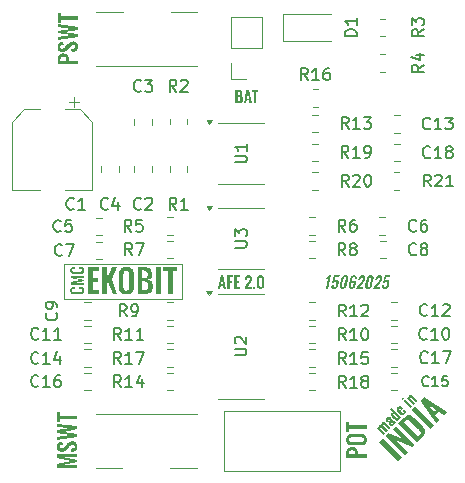
<source format=gto>
%TF.GenerationSoftware,KiCad,Pcbnew,8.0.2*%
%TF.CreationDate,2025-06-15T12:49:30+05:30*%
%TF.ProjectId,final schematics,66696e61-6c20-4736-9368-656d61746963,1.0*%
%TF.SameCoordinates,Original*%
%TF.FileFunction,Legend,Top*%
%TF.FilePolarity,Positive*%
%FSLAX46Y46*%
G04 Gerber Fmt 4.6, Leading zero omitted, Abs format (unit mm)*
G04 Created by KiCad (PCBNEW 8.0.2) date 2025-06-15 12:49:30*
%MOMM*%
%LPD*%
G01*
G04 APERTURE LIST*
%ADD10C,0.100000*%
%ADD11C,0.150000*%
%ADD12C,0.120000*%
G04 APERTURE END LIST*
D10*
X125000000Y-99000000D02*
X135000000Y-99000000D01*
X135000000Y-102000000D01*
X125000000Y-102000000D01*
X125000000Y-99000000D01*
D11*
G36*
X147206873Y-101130000D02*
G01*
X147398115Y-100210181D01*
X147363189Y-100222882D01*
X147314569Y-100237040D01*
X147307013Y-100239002D01*
X147259383Y-100251431D01*
X147251325Y-100253656D01*
X147215422Y-100264891D01*
X147245464Y-100120544D01*
X147291676Y-100103334D01*
X147297487Y-100101004D01*
X147342657Y-100082040D01*
X147364410Y-100072428D01*
X147409420Y-100049798D01*
X147431821Y-100036769D01*
X147472993Y-100007699D01*
X147486287Y-99995980D01*
X147631612Y-99995980D01*
X147395917Y-101130000D01*
X147206873Y-101130000D01*
G37*
G36*
X147871946Y-101146852D02*
G01*
X147820167Y-101144227D01*
X147770673Y-101134996D01*
X147722775Y-101114689D01*
X147708792Y-101104842D01*
X147675911Y-101068424D01*
X147655669Y-101022182D01*
X147649197Y-100985896D01*
X147647456Y-100935082D01*
X147650742Y-100884945D01*
X147658627Y-100830634D01*
X147663607Y-100805157D01*
X147848499Y-100805157D01*
X147839533Y-100856068D01*
X147834822Y-100906762D01*
X147840998Y-100956154D01*
X147850697Y-100975394D01*
X147894275Y-100997755D01*
X147912247Y-100998353D01*
X147961721Y-100987245D01*
X147986741Y-100966845D01*
X148013479Y-100923440D01*
X148030216Y-100878674D01*
X148044064Y-100829490D01*
X148056417Y-100778508D01*
X148063433Y-100746294D01*
X148072692Y-100695693D01*
X148078767Y-100644220D01*
X148079553Y-100631744D01*
X148076027Y-100581110D01*
X148065875Y-100555296D01*
X148022203Y-100529250D01*
X148003349Y-100527941D01*
X147954568Y-100539722D01*
X147931786Y-100555296D01*
X147897815Y-100593894D01*
X147878541Y-100627348D01*
X147715631Y-100627348D01*
X147857780Y-99995980D01*
X148356036Y-99995980D01*
X148319888Y-100169637D01*
X147980390Y-100169637D01*
X147912735Y-100442700D01*
X147953873Y-100413674D01*
X147980879Y-100401912D01*
X148030347Y-100388619D01*
X148071493Y-100383838D01*
X148122731Y-100385751D01*
X148173198Y-100399947D01*
X148206071Y-100421695D01*
X148237490Y-100462076D01*
X148255688Y-100510442D01*
X148261514Y-100543572D01*
X148264166Y-100596366D01*
X148261169Y-100649060D01*
X148254224Y-100700019D01*
X148247836Y-100733838D01*
X148236699Y-100783157D01*
X148222694Y-100835374D01*
X148206970Y-100884871D01*
X148201919Y-100899190D01*
X148183295Y-100944404D01*
X148159283Y-100989620D01*
X148131577Y-101030104D01*
X148096520Y-101068069D01*
X148055831Y-101099164D01*
X148025575Y-101116078D01*
X147978991Y-101133599D01*
X147930982Y-101143216D01*
X147877583Y-101146822D01*
X147871946Y-101146852D01*
G37*
G36*
X148881038Y-99985381D02*
G01*
X148931184Y-99996868D01*
X148976207Y-100018981D01*
X148983251Y-100024068D01*
X149019018Y-100060212D01*
X149043518Y-100105630D01*
X149053593Y-100141060D01*
X149059575Y-100190181D01*
X149058593Y-100244119D01*
X149051753Y-100296783D01*
X149048220Y-100315205D01*
X148943684Y-100817857D01*
X148930216Y-100870367D01*
X148912343Y-100919360D01*
X148890065Y-100964837D01*
X148875785Y-100988583D01*
X148843608Y-101031841D01*
X148806614Y-101068801D01*
X148764802Y-101099465D01*
X148755861Y-101104842D01*
X148708244Y-101126996D01*
X148655760Y-101140945D01*
X148604364Y-101146483D01*
X148586357Y-101146852D01*
X148534901Y-101143529D01*
X148485614Y-101132042D01*
X148440985Y-101109930D01*
X148433949Y-101104842D01*
X148398126Y-101068801D01*
X148373087Y-101023693D01*
X148362386Y-100988583D01*
X148355584Y-100940006D01*
X148355923Y-100889176D01*
X148549965Y-100889176D01*
X148557535Y-100937792D01*
X148564619Y-100953656D01*
X148606244Y-100979343D01*
X148620795Y-100980279D01*
X148669526Y-100968813D01*
X148689427Y-100953656D01*
X148718784Y-100913876D01*
X148730216Y-100889176D01*
X148745767Y-100842426D01*
X148752442Y-100814926D01*
X148855757Y-100317892D01*
X148863561Y-100269330D01*
X148865771Y-100240467D01*
X148859747Y-100191176D01*
X148852581Y-100175254D01*
X148809184Y-100149568D01*
X148793719Y-100148632D01*
X148745939Y-100159031D01*
X148723866Y-100175254D01*
X148694719Y-100215350D01*
X148683565Y-100240467D01*
X148668148Y-100288686D01*
X148661095Y-100317892D01*
X148557780Y-100814926D01*
X148550998Y-100863322D01*
X148549965Y-100889176D01*
X148355923Y-100889176D01*
X148355937Y-100887089D01*
X148362372Y-100835751D01*
X148365806Y-100817857D01*
X148470341Y-100315205D01*
X148482218Y-100267044D01*
X148499447Y-100216548D01*
X148520772Y-100169954D01*
X148537264Y-100141060D01*
X148568796Y-100097416D01*
X148605385Y-100060212D01*
X148647030Y-100029448D01*
X148655966Y-100024068D01*
X148703975Y-100001914D01*
X148751751Y-99988991D01*
X148803855Y-99982715D01*
X148828401Y-99982058D01*
X148881038Y-99985381D01*
G37*
G36*
X149625579Y-99985888D02*
G01*
X149674514Y-99994904D01*
X149722090Y-100014224D01*
X149725505Y-100016252D01*
X149763192Y-100048001D01*
X149789532Y-100093281D01*
X149795359Y-100112240D01*
X149802171Y-100163622D01*
X149800344Y-100212738D01*
X149792867Y-100261836D01*
X149791695Y-100267578D01*
X149790474Y-100276615D01*
X149789253Y-100285896D01*
X149607292Y-100285896D01*
X149615409Y-100234468D01*
X149615413Y-100185252D01*
X149612909Y-100172568D01*
X149576052Y-100138407D01*
X149544033Y-100134710D01*
X149495627Y-100147349D01*
X149481751Y-100157180D01*
X149450877Y-100196221D01*
X149434368Y-100230453D01*
X149417984Y-100277612D01*
X149404876Y-100326395D01*
X149395778Y-100366985D01*
X149367690Y-100502784D01*
X149404257Y-100469235D01*
X149436322Y-100451737D01*
X149484736Y-100436872D01*
X149531577Y-100432686D01*
X149583583Y-100436145D01*
X149633775Y-100451440D01*
X149665422Y-100473475D01*
X149694581Y-100512929D01*
X149711809Y-100563024D01*
X149715736Y-100589734D01*
X149717570Y-100643124D01*
X149713677Y-100696018D01*
X149705646Y-100747171D01*
X149703279Y-100758995D01*
X149690380Y-100812865D01*
X149674642Y-100863836D01*
X149656064Y-100911906D01*
X149634647Y-100957076D01*
X149606871Y-101003343D01*
X149574652Y-101043775D01*
X149537989Y-101078373D01*
X149515701Y-101095073D01*
X149471604Y-101119394D01*
X149422020Y-101135756D01*
X149373340Y-101143618D01*
X149333984Y-101145387D01*
X149280107Y-101141523D01*
X149229217Y-101128166D01*
X149184147Y-101102453D01*
X149177180Y-101096538D01*
X149144896Y-101058573D01*
X149122597Y-101012181D01*
X149110990Y-100962693D01*
X149107043Y-100913416D01*
X149107232Y-100906029D01*
X149292707Y-100906029D01*
X149301344Y-100954273D01*
X149310537Y-100971242D01*
X149354818Y-100995070D01*
X149366224Y-100995666D01*
X149414269Y-100983775D01*
X149431681Y-100970509D01*
X149460800Y-100931220D01*
X149475157Y-100900411D01*
X149491521Y-100851807D01*
X149503836Y-100802867D01*
X149505443Y-100795387D01*
X149515106Y-100744056D01*
X149522244Y-100694661D01*
X149523272Y-100685478D01*
X149522593Y-100635024D01*
X149513991Y-100608541D01*
X149470819Y-100581099D01*
X149451465Y-100579720D01*
X149406524Y-100589002D01*
X149367445Y-100611960D01*
X149339113Y-100640048D01*
X149302233Y-100817857D01*
X149294557Y-100866462D01*
X149292707Y-100906029D01*
X149107232Y-100906029D01*
X149108389Y-100860933D01*
X149114029Y-100811588D01*
X149121004Y-100772916D01*
X149203558Y-100375289D01*
X149216305Y-100321434D01*
X149231585Y-100270265D01*
X149249400Y-100221782D01*
X149269748Y-100175987D01*
X149296579Y-100128915D01*
X149328163Y-100087716D01*
X149364500Y-100052391D01*
X149386741Y-100035303D01*
X149431400Y-100010155D01*
X149482396Y-99993237D01*
X149533046Y-99985108D01*
X149574319Y-99983279D01*
X149625579Y-99985888D01*
G37*
G36*
X149748709Y-101130000D02*
G01*
X149777285Y-100992735D01*
X150140963Y-100560181D01*
X150172900Y-100522209D01*
X150205491Y-100482940D01*
X150216678Y-100469323D01*
X150248177Y-100427813D01*
X150275811Y-100384801D01*
X150279204Y-100378953D01*
X150301064Y-100332950D01*
X150316270Y-100282868D01*
X150317794Y-100275882D01*
X150323792Y-100226521D01*
X150315840Y-100179406D01*
X150275861Y-100147807D01*
X150254535Y-100145701D01*
X150205229Y-100155623D01*
X150180774Y-100171102D01*
X150148393Y-100208559D01*
X150133635Y-100236803D01*
X150116367Y-100285121D01*
X150106036Y-100326441D01*
X150096022Y-100374068D01*
X149909665Y-100374068D01*
X149920167Y-100323510D01*
X149932196Y-100274722D01*
X149949378Y-100223485D01*
X149970424Y-100176113D01*
X149986601Y-100146678D01*
X150014357Y-100106284D01*
X150050364Y-100067520D01*
X150091809Y-100035196D01*
X150105303Y-100026755D01*
X150154128Y-100003828D01*
X150203250Y-99990454D01*
X150257279Y-99983959D01*
X150282868Y-99983279D01*
X150333191Y-99986036D01*
X150384132Y-99996219D01*
X150432102Y-100017044D01*
X150473005Y-100052187D01*
X150480216Y-100061681D01*
X150504462Y-100110670D01*
X150514824Y-100162423D01*
X150515249Y-100214043D01*
X150509196Y-100262996D01*
X150505861Y-100280279D01*
X150492718Y-100330848D01*
X150474904Y-100377777D01*
X150460432Y-100407041D01*
X150433375Y-100452274D01*
X150405108Y-100492597D01*
X150387159Y-100515484D01*
X150354610Y-100554697D01*
X150320344Y-100594665D01*
X150296545Y-100621730D01*
X149995882Y-100974661D01*
X150332693Y-100974661D01*
X150300453Y-101130000D01*
X149748709Y-101130000D01*
G37*
G36*
X151045029Y-99985381D02*
G01*
X151095175Y-99996868D01*
X151140198Y-100018981D01*
X151147243Y-100024068D01*
X151183009Y-100060212D01*
X151207510Y-100105630D01*
X151217585Y-100141060D01*
X151223567Y-100190181D01*
X151222584Y-100244119D01*
X151215745Y-100296783D01*
X151212212Y-100315205D01*
X151107676Y-100817857D01*
X151094208Y-100870367D01*
X151076334Y-100919360D01*
X151054056Y-100964837D01*
X151039776Y-100988583D01*
X151007600Y-101031841D01*
X150970606Y-101068801D01*
X150928794Y-101099465D01*
X150919853Y-101104842D01*
X150872235Y-101126996D01*
X150819752Y-101140945D01*
X150768356Y-101146483D01*
X150750348Y-101146852D01*
X150698893Y-101143529D01*
X150649605Y-101132042D01*
X150604976Y-101109930D01*
X150597941Y-101104842D01*
X150562117Y-101068801D01*
X150537079Y-101023693D01*
X150526378Y-100988583D01*
X150519575Y-100940006D01*
X150519914Y-100889176D01*
X150713956Y-100889176D01*
X150721527Y-100937792D01*
X150728611Y-100953656D01*
X150770235Y-100979343D01*
X150784787Y-100980279D01*
X150833518Y-100968813D01*
X150853419Y-100953656D01*
X150882776Y-100913876D01*
X150894207Y-100889176D01*
X150909759Y-100842426D01*
X150916434Y-100814926D01*
X151019748Y-100317892D01*
X151027553Y-100269330D01*
X151029762Y-100240467D01*
X151023739Y-100191176D01*
X151016573Y-100175254D01*
X150973175Y-100149568D01*
X150957711Y-100148632D01*
X150909931Y-100159031D01*
X150887857Y-100175254D01*
X150858710Y-100215350D01*
X150847557Y-100240467D01*
X150832139Y-100288686D01*
X150825087Y-100317892D01*
X150721772Y-100814926D01*
X150714990Y-100863322D01*
X150713956Y-100889176D01*
X150519914Y-100889176D01*
X150519928Y-100887089D01*
X150526364Y-100835751D01*
X150529797Y-100817857D01*
X150634333Y-100315205D01*
X150646209Y-100267044D01*
X150663439Y-100216548D01*
X150684763Y-100169954D01*
X150701256Y-100141060D01*
X150732788Y-100097416D01*
X150769376Y-100060212D01*
X150811022Y-100029448D01*
X150819958Y-100024068D01*
X150867967Y-100001914D01*
X150915743Y-99988991D01*
X150967847Y-99982715D01*
X150992393Y-99982058D01*
X151045029Y-99985381D01*
G37*
G36*
X151191695Y-101130000D02*
G01*
X151220272Y-100992735D01*
X151583949Y-100560181D01*
X151615887Y-100522209D01*
X151648478Y-100482940D01*
X151659665Y-100469323D01*
X151691163Y-100427813D01*
X151718798Y-100384801D01*
X151722191Y-100378953D01*
X151744051Y-100332950D01*
X151759256Y-100282868D01*
X151760781Y-100275882D01*
X151766778Y-100226521D01*
X151758827Y-100179406D01*
X151718848Y-100147807D01*
X151697522Y-100145701D01*
X151648216Y-100155623D01*
X151623761Y-100171102D01*
X151591380Y-100208559D01*
X151576622Y-100236803D01*
X151559354Y-100285121D01*
X151549023Y-100326441D01*
X151539009Y-100374068D01*
X151352651Y-100374068D01*
X151363154Y-100323510D01*
X151375183Y-100274722D01*
X151392365Y-100223485D01*
X151413411Y-100176113D01*
X151429588Y-100146678D01*
X151457344Y-100106284D01*
X151493351Y-100067520D01*
X151534796Y-100035196D01*
X151548290Y-100026755D01*
X151597115Y-100003828D01*
X151646237Y-99990454D01*
X151700266Y-99983959D01*
X151725854Y-99983279D01*
X151776178Y-99986036D01*
X151827118Y-99996219D01*
X151875089Y-100017044D01*
X151915992Y-100052187D01*
X151923203Y-100061681D01*
X151947449Y-100110670D01*
X151957810Y-100162423D01*
X151958236Y-100214043D01*
X151952183Y-100262996D01*
X151948848Y-100280279D01*
X151935705Y-100330848D01*
X151917890Y-100377777D01*
X151903419Y-100407041D01*
X151876362Y-100452274D01*
X151848095Y-100492597D01*
X151830146Y-100515484D01*
X151797597Y-100554697D01*
X151763330Y-100594665D01*
X151739532Y-100621730D01*
X151438869Y-100974661D01*
X151775680Y-100974661D01*
X151743440Y-101130000D01*
X151191695Y-101130000D01*
G37*
G36*
X152168667Y-101146852D02*
G01*
X152116887Y-101144227D01*
X152067394Y-101134996D01*
X152019495Y-101114689D01*
X152005512Y-101104842D01*
X151972631Y-101068424D01*
X151952390Y-101022182D01*
X151945917Y-100985896D01*
X151944176Y-100935082D01*
X151947463Y-100884945D01*
X151955347Y-100830634D01*
X151960327Y-100805157D01*
X152145219Y-100805157D01*
X152136253Y-100856068D01*
X152131542Y-100906762D01*
X152137718Y-100956154D01*
X152147418Y-100975394D01*
X152190995Y-100997755D01*
X152208967Y-100998353D01*
X152258441Y-100987245D01*
X152283461Y-100966845D01*
X152310200Y-100923440D01*
X152326936Y-100878674D01*
X152340784Y-100829490D01*
X152353137Y-100778508D01*
X152360153Y-100746294D01*
X152369412Y-100695693D01*
X152375487Y-100644220D01*
X152376273Y-100631744D01*
X152372747Y-100581110D01*
X152362595Y-100555296D01*
X152318923Y-100529250D01*
X152300069Y-100527941D01*
X152251288Y-100539722D01*
X152228506Y-100555296D01*
X152194535Y-100593894D01*
X152175261Y-100627348D01*
X152012351Y-100627348D01*
X152154501Y-99995980D01*
X152652756Y-99995980D01*
X152616608Y-100169637D01*
X152277110Y-100169637D01*
X152209455Y-100442700D01*
X152250593Y-100413674D01*
X152277599Y-100401912D01*
X152327067Y-100388619D01*
X152368213Y-100383838D01*
X152419452Y-100385751D01*
X152469918Y-100399947D01*
X152502791Y-100421695D01*
X152534211Y-100462076D01*
X152552409Y-100510442D01*
X152558234Y-100543572D01*
X152560886Y-100596366D01*
X152557890Y-100649060D01*
X152550944Y-100700019D01*
X152544556Y-100733838D01*
X152533419Y-100783157D01*
X152519414Y-100835374D01*
X152503691Y-100884871D01*
X152498639Y-100899190D01*
X152480015Y-100944404D01*
X152456003Y-100989620D01*
X152428297Y-101030104D01*
X152393240Y-101068069D01*
X152352551Y-101099164D01*
X152322295Y-101116078D01*
X152275712Y-101133599D01*
X152227703Y-101143216D01*
X152174303Y-101146822D01*
X152168667Y-101146852D01*
G37*
G36*
X153311258Y-115704260D02*
G01*
X151707512Y-114100514D01*
X151996276Y-113811750D01*
X153600022Y-115415496D01*
X153311258Y-115704260D01*
G37*
G36*
X153847682Y-115167836D02*
G01*
X152243936Y-113564090D01*
X152447729Y-113360297D01*
X153752348Y-113884977D01*
X152837698Y-112970327D01*
X153079487Y-112728539D01*
X154683232Y-114332285D01*
X154489111Y-114526406D01*
X153138897Y-113960277D01*
X154097069Y-114918448D01*
X153847682Y-115167836D01*
G37*
G36*
X154262386Y-111831360D02*
G01*
X154361631Y-111855033D01*
X154381343Y-111862592D01*
X154470952Y-111907119D01*
X154562583Y-111968422D01*
X154645730Y-112036997D01*
X154709138Y-112097127D01*
X155294956Y-112682945D01*
X155366229Y-112758681D01*
X155435339Y-112843819D01*
X155491279Y-112927447D01*
X155538471Y-113019721D01*
X155569875Y-113121422D01*
X155577735Y-113223595D01*
X155562050Y-113326240D01*
X155556087Y-113346826D01*
X155516345Y-113441001D01*
X155462898Y-113527877D01*
X155402142Y-113606338D01*
X155328328Y-113687080D01*
X155316717Y-113698800D01*
X154926748Y-114088770D01*
X153323002Y-112485024D01*
X153407973Y-112400053D01*
X153823848Y-112400053D01*
X155015864Y-113592068D01*
X155104980Y-113502952D01*
X155171594Y-113424594D01*
X155212428Y-113332965D01*
X155213785Y-113322992D01*
X155197647Y-113224226D01*
X155163354Y-113165485D01*
X155099673Y-113087423D01*
X155029993Y-113012403D01*
X155005847Y-112987943D01*
X154392050Y-112374147D01*
X154317122Y-112303779D01*
X154235702Y-112240493D01*
X154221763Y-112231492D01*
X154126396Y-112198277D01*
X154077035Y-112202132D01*
X153988789Y-112245690D01*
X153908820Y-112315082D01*
X153823848Y-112400053D01*
X153407973Y-112400053D01*
X153700882Y-112107144D01*
X153773301Y-112038489D01*
X153854874Y-111970824D01*
X153944254Y-111909886D01*
X154039905Y-111862232D01*
X154060455Y-111854648D01*
X154161994Y-111831232D01*
X154262386Y-111831360D01*
G37*
G36*
X156037246Y-112978272D02*
G01*
X154433500Y-111374526D01*
X154722264Y-111085762D01*
X156326010Y-112689508D01*
X156037246Y-112978272D01*
G37*
G36*
X157446525Y-111568993D02*
G01*
X157175377Y-111840141D01*
X156741885Y-111533070D01*
X156462793Y-111812162D01*
X156767446Y-112248072D01*
X156492498Y-112523019D01*
X155353023Y-110814268D01*
X155741919Y-110814268D01*
X156306321Y-111596280D01*
X156523930Y-111378671D01*
X155741919Y-110814268D01*
X155353023Y-110814268D01*
X155209294Y-110598732D01*
X155522237Y-110285789D01*
X157446525Y-111568993D01*
G37*
G36*
X126710175Y-101264999D02*
G01*
X126707837Y-101316925D01*
X126699441Y-101369971D01*
X126682697Y-101421620D01*
X126661326Y-101460393D01*
X126627161Y-101500360D01*
X126586031Y-101532025D01*
X126537936Y-101555391D01*
X126527481Y-101559068D01*
X126477760Y-101572527D01*
X126423943Y-101581582D01*
X126372667Y-101585932D01*
X126332087Y-101586911D01*
X125927621Y-101586911D01*
X125878241Y-101585579D01*
X125825443Y-101580793D01*
X125776522Y-101572527D01*
X125726120Y-101559068D01*
X125681146Y-101539906D01*
X125638470Y-101510731D01*
X125603474Y-101473255D01*
X125594473Y-101460393D01*
X125572041Y-101416301D01*
X125556950Y-101363708D01*
X125549699Y-101309822D01*
X125548067Y-101264999D01*
X125549984Y-101215949D01*
X125556869Y-101165902D01*
X125570599Y-101117263D01*
X125588123Y-101080840D01*
X125619563Y-101039698D01*
X125659142Y-101007618D01*
X125702185Y-100986318D01*
X125750904Y-100971506D01*
X125804251Y-100962180D01*
X125856220Y-100958477D01*
X125874376Y-100958230D01*
X125969630Y-100958230D01*
X125969630Y-101157044D01*
X125871689Y-101157044D01*
X125820813Y-101158667D01*
X125784983Y-101162173D01*
X125736910Y-101177901D01*
X125722701Y-101188795D01*
X125701764Y-101233356D01*
X125699498Y-101263534D01*
X125706391Y-101311973D01*
X125723922Y-101341203D01*
X125767738Y-101367354D01*
X125789624Y-101372710D01*
X125839383Y-101378438D01*
X125882680Y-101379793D01*
X126375562Y-101379793D01*
X126425304Y-101377923D01*
X126474643Y-101370625D01*
X126477167Y-101370024D01*
X126522673Y-101348971D01*
X126537251Y-101334364D01*
X126555919Y-101287207D01*
X126557523Y-101263534D01*
X126549795Y-101214787D01*
X126533099Y-101190017D01*
X126489661Y-101167096D01*
X126468130Y-101162661D01*
X126419229Y-101158119D01*
X126377028Y-101157044D01*
X126274690Y-101157044D01*
X126274690Y-100958230D01*
X126365792Y-100958230D01*
X126414778Y-100959894D01*
X126466421Y-100965744D01*
X126514392Y-100975805D01*
X126544334Y-100984853D01*
X126589609Y-101005403D01*
X126631864Y-101037045D01*
X126666211Y-101078153D01*
X126689395Y-101124946D01*
X126702919Y-101176073D01*
X126709101Y-101228688D01*
X126710175Y-101264999D01*
G37*
G36*
X126694788Y-100817791D02*
G01*
X125560768Y-100798251D01*
X125560768Y-100584050D01*
X126346253Y-100422850D01*
X125560768Y-100255055D01*
X125560768Y-100047693D01*
X126694788Y-100026688D01*
X126694788Y-100180805D01*
X125906616Y-100197658D01*
X126694788Y-100358614D01*
X126694788Y-100483178D01*
X125903685Y-100647065D01*
X126694788Y-100662452D01*
X126694788Y-100817791D01*
G37*
G36*
X126710175Y-99554322D02*
G01*
X126707837Y-99606248D01*
X126699441Y-99659294D01*
X126682697Y-99710943D01*
X126661326Y-99749717D01*
X126627161Y-99789683D01*
X126586031Y-99821348D01*
X126537936Y-99844714D01*
X126527481Y-99848391D01*
X126477760Y-99861850D01*
X126423943Y-99870905D01*
X126372667Y-99875255D01*
X126332087Y-99876234D01*
X125927621Y-99876234D01*
X125878241Y-99874902D01*
X125825443Y-99870116D01*
X125776522Y-99861850D01*
X125726120Y-99848391D01*
X125681146Y-99829230D01*
X125638470Y-99800054D01*
X125603474Y-99762578D01*
X125594473Y-99749717D01*
X125572041Y-99705624D01*
X125556950Y-99653031D01*
X125549699Y-99599145D01*
X125548067Y-99554322D01*
X125549984Y-99505272D01*
X125556869Y-99455225D01*
X125570599Y-99406586D01*
X125588123Y-99370163D01*
X125619563Y-99329021D01*
X125659142Y-99296941D01*
X125702185Y-99275641D01*
X125750904Y-99260829D01*
X125804251Y-99251503D01*
X125856220Y-99247800D01*
X125874376Y-99247553D01*
X125969630Y-99247553D01*
X125969630Y-99446367D01*
X125871689Y-99446367D01*
X125820813Y-99447990D01*
X125784983Y-99451496D01*
X125736910Y-99467224D01*
X125722701Y-99478119D01*
X125701764Y-99522679D01*
X125699498Y-99552857D01*
X125706391Y-99601296D01*
X125723922Y-99630526D01*
X125767738Y-99656677D01*
X125789624Y-99662033D01*
X125839383Y-99667761D01*
X125882680Y-99669116D01*
X126375562Y-99669116D01*
X126425304Y-99667246D01*
X126474643Y-99659948D01*
X126477167Y-99659347D01*
X126522673Y-99638294D01*
X126537251Y-99623687D01*
X126555919Y-99576530D01*
X126557523Y-99552857D01*
X126549795Y-99504110D01*
X126533099Y-99479340D01*
X126489661Y-99456420D01*
X126468130Y-99451985D01*
X126419229Y-99447442D01*
X126377028Y-99446367D01*
X126274690Y-99446367D01*
X126274690Y-99247553D01*
X126365792Y-99247553D01*
X126414778Y-99249217D01*
X126466421Y-99255067D01*
X126514392Y-99265128D01*
X126544334Y-99274176D01*
X126589609Y-99294726D01*
X126631864Y-99326368D01*
X126666211Y-99367477D01*
X126689395Y-99414269D01*
X126702919Y-99465396D01*
X126709101Y-99518011D01*
X126710175Y-99554322D01*
G37*
G36*
X152054766Y-113502870D02*
G01*
X151482591Y-112930696D01*
X151612293Y-112800994D01*
X151661860Y-112850560D01*
X151664311Y-112799176D01*
X151676401Y-112749476D01*
X151679994Y-112740201D01*
X151704216Y-112694477D01*
X151736124Y-112655403D01*
X151776549Y-112625688D01*
X151811769Y-112613608D01*
X151861198Y-112614440D01*
X151902439Y-112629670D01*
X151902253Y-112579404D01*
X151910109Y-112530486D01*
X151917810Y-112506530D01*
X151940776Y-112460011D01*
X151971787Y-112419867D01*
X151976530Y-112414996D01*
X152018195Y-112385340D01*
X152046303Y-112375965D01*
X152097197Y-112375101D01*
X152129547Y-112383909D01*
X152173976Y-112407354D01*
X152213488Y-112439981D01*
X152219182Y-112445565D01*
X152665626Y-112892010D01*
X152536960Y-113020676D01*
X152102432Y-112586148D01*
X152063455Y-112556690D01*
X152046303Y-112552125D01*
X152003299Y-112570259D01*
X151977701Y-112612713D01*
X151977048Y-112614472D01*
X151967050Y-112662445D01*
X151966686Y-112674228D01*
X151972212Y-112679754D01*
X151978602Y-112686144D01*
X152425047Y-113132589D01*
X152297245Y-113260391D01*
X151862717Y-112825863D01*
X151823590Y-112796555D01*
X151806242Y-112792186D01*
X151762720Y-112810838D01*
X151737608Y-112852806D01*
X151736987Y-112854533D01*
X151726752Y-112902742D01*
X151726107Y-112914807D01*
X152184468Y-113373168D01*
X152054766Y-113502870D01*
G37*
G36*
X152573625Y-111975794D02*
G01*
X152621249Y-111997583D01*
X152662780Y-112026700D01*
X152693432Y-112054559D01*
X152957671Y-112318799D01*
X152993680Y-112353834D01*
X153016564Y-112374929D01*
X153055164Y-112407894D01*
X153066994Y-112417414D01*
X153105853Y-112447773D01*
X153108098Y-112449538D01*
X152986341Y-112571295D01*
X152946820Y-112542214D01*
X152934356Y-112533127D01*
X152894078Y-112503844D01*
X152891352Y-112501867D01*
X152910005Y-112549448D01*
X152916511Y-112599231D01*
X152916567Y-112602728D01*
X152906504Y-112653203D01*
X152878075Y-112697028D01*
X152869592Y-112706006D01*
X152828574Y-112736920D01*
X152782548Y-112752636D01*
X152731667Y-112754070D01*
X152687905Y-112744001D01*
X152642469Y-112721743D01*
X152608288Y-112694089D01*
X152575806Y-112656954D01*
X152548575Y-112612226D01*
X152537824Y-112584248D01*
X152527992Y-112534568D01*
X152527812Y-112484359D01*
X152529534Y-112469917D01*
X152539308Y-112420182D01*
X152658075Y-112420182D01*
X152658372Y-112431231D01*
X152667402Y-112479626D01*
X152669771Y-112486151D01*
X152696219Y-112528100D01*
X152703276Y-112535545D01*
X152742526Y-112565215D01*
X152765623Y-112573368D01*
X152813338Y-112561694D01*
X152819161Y-112556442D01*
X152836432Y-112526392D01*
X152840922Y-112491160D01*
X152838850Y-112461454D01*
X152679442Y-112302047D01*
X152667235Y-112351494D01*
X152663381Y-112369920D01*
X152658075Y-112420182D01*
X152539308Y-112420182D01*
X152539564Y-112418877D01*
X152553851Y-112371009D01*
X152560621Y-112352477D01*
X152580113Y-112304377D01*
X152601543Y-112256618D01*
X152612087Y-112234692D01*
X152562693Y-112185298D01*
X152525359Y-112152523D01*
X152517617Y-112147130D01*
X152478586Y-112134695D01*
X152440936Y-112154383D01*
X152420556Y-112190652D01*
X152427983Y-112227783D01*
X152456825Y-112265260D01*
X152489466Y-112302047D01*
X152355792Y-112425704D01*
X152323456Y-112387475D01*
X152294034Y-112343810D01*
X152271358Y-112295142D01*
X152259809Y-112241965D01*
X152259249Y-112230374D01*
X152265943Y-112178097D01*
X152284601Y-112131445D01*
X152315218Y-112084620D01*
X152351820Y-112043506D01*
X152389506Y-112010382D01*
X152432717Y-111983556D01*
X152481511Y-111967440D01*
X152525043Y-111965616D01*
X152573625Y-111975794D01*
G37*
G36*
X153562314Y-111995321D02*
G01*
X153427604Y-112130032D01*
X153387018Y-112089446D01*
X153383223Y-112138633D01*
X153374756Y-112174245D01*
X153352871Y-112218986D01*
X153333652Y-112241945D01*
X153294049Y-112273870D01*
X153247162Y-112294217D01*
X153197240Y-112298643D01*
X153181671Y-112296866D01*
X153132807Y-112281897D01*
X153086277Y-112256183D01*
X153043172Y-112224103D01*
X153004448Y-112189488D01*
X152991176Y-112176490D01*
X152815880Y-112001193D01*
X152781211Y-111963927D01*
X152748763Y-111922622D01*
X152722273Y-111880990D01*
X152701735Y-111835728D01*
X152690722Y-111787735D01*
X152689632Y-111762341D01*
X152694189Y-111741183D01*
X152865370Y-111741183D01*
X152870282Y-111761650D01*
X152895957Y-111806360D01*
X152922785Y-111836950D01*
X153136595Y-112050760D01*
X153173405Y-112084149D01*
X153192033Y-112098254D01*
X153237425Y-112118371D01*
X153243672Y-112119151D01*
X153290130Y-112099290D01*
X153309819Y-112069585D01*
X153324671Y-112027099D01*
X152957326Y-111659754D01*
X152918295Y-111672189D01*
X152884099Y-111695331D01*
X152865370Y-111741183D01*
X152694189Y-111741183D01*
X152700262Y-111712987D01*
X152727005Y-111669704D01*
X152741617Y-111653709D01*
X152780779Y-111623315D01*
X152810872Y-111609324D01*
X152860309Y-111596641D01*
X152891007Y-111593435D01*
X152625731Y-111328159D01*
X152760441Y-111193448D01*
X153562314Y-111995321D01*
G37*
G36*
X153488570Y-111067099D02*
G01*
X153517065Y-111079290D01*
X153562638Y-111106180D01*
X153605058Y-111138346D01*
X153644045Y-111173583D01*
X153652812Y-111182223D01*
X153733984Y-111263394D01*
X153506358Y-111491020D01*
X153619135Y-111603797D01*
X153656696Y-111635827D01*
X153670083Y-111644038D01*
X153713087Y-111652500D01*
X153749873Y-111631603D01*
X153770079Y-111594471D01*
X153761099Y-111554058D01*
X153730970Y-111514069D01*
X153725003Y-111507946D01*
X153677509Y-111460452D01*
X153803239Y-111334722D01*
X153841752Y-111373235D01*
X153875885Y-111411533D01*
X153905037Y-111455646D01*
X153925266Y-111505711D01*
X153932077Y-111550604D01*
X153926447Y-111601149D01*
X153906255Y-111651558D01*
X153876080Y-111696251D01*
X153845897Y-111729700D01*
X153805693Y-111765182D01*
X153761351Y-111793421D01*
X153716886Y-111810353D01*
X153667989Y-111816360D01*
X153618703Y-111810030D01*
X153585630Y-111798955D01*
X153539937Y-111775288D01*
X153498434Y-111745874D01*
X153461109Y-111712970D01*
X153452819Y-111704830D01*
X153280631Y-111532643D01*
X153245426Y-111494377D01*
X153213968Y-111452341D01*
X153188676Y-111406685D01*
X153185125Y-111398450D01*
X153170925Y-111349164D01*
X153169258Y-111300267D01*
X153173766Y-111275311D01*
X153332098Y-111275311D01*
X153345914Y-111320905D01*
X153376586Y-111360106D01*
X153400489Y-111385152D01*
X153440039Y-111424701D01*
X153540899Y-111323841D01*
X153486497Y-111269439D01*
X153448672Y-111236349D01*
X153433476Y-111226435D01*
X153390990Y-111215382D01*
X153351786Y-111237661D01*
X153332098Y-111275311D01*
X153173766Y-111275311D01*
X153175108Y-111267885D01*
X153194546Y-111219400D01*
X153223756Y-111175340D01*
X153255762Y-111139564D01*
X153293863Y-111105534D01*
X153335333Y-111078137D01*
X153383894Y-111059732D01*
X153387882Y-111058911D01*
X153440029Y-111056275D01*
X153488570Y-111067099D01*
G37*
G36*
X154349507Y-111208128D02*
G01*
X153777333Y-110635954D01*
X153912044Y-110501244D01*
X154484218Y-111073418D01*
X154349507Y-111208128D01*
G37*
G36*
X153686317Y-110544938D02*
G01*
X153574404Y-110433025D01*
X153709114Y-110298314D01*
X153821028Y-110410228D01*
X153686317Y-110544938D01*
G37*
G36*
X154590777Y-110966858D02*
G01*
X154018603Y-110394684D01*
X154153314Y-110259974D01*
X154210652Y-110317312D01*
X154214283Y-110266060D01*
X154223667Y-110217782D01*
X154227404Y-110204535D01*
X154247499Y-110158160D01*
X154277992Y-110117477D01*
X154282843Y-110112483D01*
X154323687Y-110082677D01*
X154356588Y-110073624D01*
X154406832Y-110078533D01*
X154433270Y-110088822D01*
X154475207Y-110114560D01*
X154505633Y-110141152D01*
X154961058Y-110596577D01*
X154826348Y-110731288D01*
X154397692Y-110302632D01*
X154357095Y-110273347D01*
X154350198Y-110271027D01*
X154305813Y-110287779D01*
X154283361Y-110326120D01*
X154271592Y-110374319D01*
X154271099Y-110377759D01*
X154725488Y-110832148D01*
X154590777Y-110966858D01*
G37*
G36*
X127035987Y-101560243D02*
G01*
X127035987Y-99292203D01*
X127988046Y-99292203D01*
X127988046Y-99583341D01*
X127450223Y-99583341D01*
X127450223Y-100235958D01*
X127873252Y-100235958D01*
X127873252Y-100524164D01*
X127450223Y-100524164D01*
X127450223Y-101274478D01*
X127993419Y-101274478D01*
X127993419Y-101560243D01*
X127035987Y-101560243D01*
G37*
G36*
X128233754Y-101560243D02*
G01*
X128233754Y-99292203D01*
X128647990Y-99292203D01*
X128647990Y-100289203D01*
X129095932Y-99292203D01*
X129490628Y-99292203D01*
X129056853Y-100305811D01*
X129535569Y-101560243D01*
X129123775Y-101560243D01*
X128743245Y-100527095D01*
X128647990Y-100700508D01*
X128647990Y-101560243D01*
X128233754Y-101560243D01*
G37*
G36*
X130382707Y-99270963D02*
G01*
X130487754Y-99285907D01*
X130590240Y-99315712D01*
X130667390Y-99353753D01*
X130748248Y-99415634D01*
X130813745Y-99492589D01*
X130863882Y-99584619D01*
X130872066Y-99604834D01*
X130902527Y-99702100D01*
X130923019Y-99809798D01*
X130932865Y-99914288D01*
X130935080Y-99998065D01*
X130935080Y-100849007D01*
X130931142Y-100958581D01*
X130919327Y-101060644D01*
X130896619Y-101166487D01*
X130872066Y-101242238D01*
X130825001Y-101339000D01*
X130762576Y-101421070D01*
X130684791Y-101488447D01*
X130667390Y-101500159D01*
X130579673Y-101544080D01*
X130475341Y-101573626D01*
X130368653Y-101587823D01*
X130280021Y-101591017D01*
X130179336Y-101586740D01*
X130075716Y-101571375D01*
X129973740Y-101540734D01*
X129896071Y-101501624D01*
X129814841Y-101437816D01*
X129749449Y-101358742D01*
X129699895Y-101264403D01*
X129691884Y-101243704D01*
X129662131Y-101144313D01*
X129643859Y-101047791D01*
X129633280Y-100943576D01*
X129630335Y-100846076D01*
X129630335Y-99998065D01*
X129633646Y-99902811D01*
X130047502Y-99902811D01*
X130047502Y-100947193D01*
X130052293Y-101046730D01*
X130062645Y-101118163D01*
X130100531Y-101209930D01*
X130128590Y-101241261D01*
X130221784Y-101281373D01*
X130280021Y-101285714D01*
X130379214Y-101271649D01*
X130432429Y-101241261D01*
X130485993Y-101159499D01*
X130497886Y-101118163D01*
X130512161Y-101019949D01*
X130514983Y-100947193D01*
X130514983Y-99902811D01*
X130509573Y-99801831D01*
X130497886Y-99731841D01*
X130457356Y-99639907D01*
X130432429Y-99613139D01*
X130339403Y-99573909D01*
X130280021Y-99569663D01*
X130180302Y-99584990D01*
X130131521Y-99613139D01*
X130074735Y-99696028D01*
X130064110Y-99731841D01*
X130050243Y-99828641D01*
X130047502Y-99902811D01*
X129633646Y-99902811D01*
X129634182Y-99887393D01*
X129645722Y-99784963D01*
X129667902Y-99679584D01*
X129691884Y-99604834D01*
X129738271Y-99509789D01*
X129800496Y-99429819D01*
X129878558Y-99364923D01*
X129896071Y-99353753D01*
X129984308Y-99311721D01*
X130088000Y-99283445D01*
X130193147Y-99269859D01*
X130280021Y-99266802D01*
X130382707Y-99270963D01*
G37*
G36*
X131896380Y-99295551D02*
G01*
X131998080Y-99306840D01*
X132068856Y-99320536D01*
X132162436Y-99349447D01*
X132250592Y-99394647D01*
X132278904Y-99414325D01*
X132352778Y-99485995D01*
X132405459Y-99571480D01*
X132414703Y-99592134D01*
X132445698Y-99692697D01*
X132459583Y-99792901D01*
X132462575Y-99874478D01*
X132456287Y-99979556D01*
X132435450Y-100078291D01*
X132424473Y-100109928D01*
X132378067Y-100197612D01*
X132314075Y-100265267D01*
X132226402Y-100315514D01*
X132131870Y-100342448D01*
X132233357Y-100368531D01*
X132325521Y-100415014D01*
X132354131Y-100436237D01*
X132422893Y-100506962D01*
X132474451Y-100594331D01*
X132486022Y-100622350D01*
X132514171Y-100723440D01*
X132526780Y-100821194D01*
X132529498Y-100899321D01*
X132525538Y-100997267D01*
X132512037Y-101096411D01*
X132488953Y-101186551D01*
X132449481Y-101280826D01*
X132392366Y-101366845D01*
X132368297Y-101393669D01*
X132291054Y-101458143D01*
X132198663Y-101507097D01*
X132169484Y-101518233D01*
X132074687Y-101543832D01*
X131977652Y-101556919D01*
X131891047Y-101560243D01*
X131238918Y-101560243D01*
X131238918Y-101269105D01*
X131653154Y-101269105D01*
X131809958Y-101269105D01*
X131915412Y-101260232D01*
X132010850Y-101226160D01*
X132064459Y-101178247D01*
X132108105Y-101087742D01*
X132127657Y-100985722D01*
X132131870Y-100896879D01*
X132126549Y-100793897D01*
X132107186Y-100696310D01*
X132099630Y-100674129D01*
X132046535Y-100587943D01*
X131993140Y-100546635D01*
X131900707Y-100513856D01*
X131795792Y-100504625D01*
X131653154Y-100504625D01*
X131653154Y-101269105D01*
X131238918Y-101269105D01*
X131238918Y-100218861D01*
X131653154Y-100218861D01*
X131793350Y-100218861D01*
X131896411Y-100210918D01*
X131983371Y-100182713D01*
X132056666Y-100114098D01*
X132077160Y-100070850D01*
X132098884Y-99973305D01*
X132104027Y-99880340D01*
X132095118Y-99779354D01*
X132063482Y-99694227D01*
X131992596Y-99625766D01*
X131941361Y-99604346D01*
X131842521Y-99585669D01*
X131742076Y-99580433D01*
X131734243Y-99580410D01*
X131653154Y-99580410D01*
X131653154Y-100218861D01*
X131238918Y-100218861D01*
X131238918Y-99292203D01*
X131795792Y-99292203D01*
X131896380Y-99295551D01*
G37*
G36*
X132809400Y-101560243D02*
G01*
X132809400Y-99292203D01*
X133217774Y-99292203D01*
X133217774Y-101560243D01*
X132809400Y-101560243D01*
G37*
G36*
X133794676Y-101560243D02*
G01*
X133794676Y-99597507D01*
X133433685Y-99597507D01*
X133433685Y-99292203D01*
X134564529Y-99292203D01*
X134564529Y-99597507D01*
X134208911Y-99597507D01*
X134208911Y-101560243D01*
X133794676Y-101560243D01*
G37*
G36*
X138730757Y-101130000D02*
G01*
X138539027Y-101130000D01*
X138494330Y-100868171D01*
X138296982Y-100868171D01*
X138250576Y-101130000D01*
X138056158Y-101130000D01*
X138134803Y-100736524D01*
X138317987Y-100736524D01*
X138471860Y-100736524D01*
X138394923Y-100260495D01*
X138317987Y-100736524D01*
X138134803Y-100736524D01*
X138282816Y-99995980D01*
X138504100Y-99995980D01*
X138730757Y-101130000D01*
G37*
G36*
X138844330Y-101130000D02*
G01*
X138844330Y-99995980D01*
X139310345Y-99995980D01*
X139310345Y-100138862D01*
X139051448Y-100138862D01*
X139051448Y-100469078D01*
X139262962Y-100469078D01*
X139262962Y-100613426D01*
X139051448Y-100613426D01*
X139051448Y-101130000D01*
X138844330Y-101130000D01*
G37*
G36*
X139421720Y-101130000D02*
G01*
X139421720Y-99995980D01*
X139897749Y-99995980D01*
X139897749Y-100141549D01*
X139628838Y-100141549D01*
X139628838Y-100467857D01*
X139840352Y-100467857D01*
X139840352Y-100611960D01*
X139628838Y-100611960D01*
X139628838Y-100987117D01*
X139900436Y-100987117D01*
X139900436Y-101130000D01*
X139421720Y-101130000D01*
G37*
G36*
X140332502Y-101130000D02*
G01*
X140332502Y-100992735D01*
X140612404Y-100560181D01*
X140640626Y-100516496D01*
X140667130Y-100474744D01*
X140670534Y-100469323D01*
X140695386Y-100424993D01*
X140715230Y-100378953D01*
X140728419Y-100329738D01*
X140732799Y-100279384D01*
X140732816Y-100275882D01*
X140728515Y-100226521D01*
X140710345Y-100179406D01*
X140670234Y-100149684D01*
X140640492Y-100145701D01*
X140592159Y-100155623D01*
X140570394Y-100171102D01*
X140543423Y-100212966D01*
X140536200Y-100236803D01*
X140528893Y-100285121D01*
X140527163Y-100326441D01*
X140527163Y-100374068D01*
X140336654Y-100374068D01*
X140336654Y-100323510D01*
X140339030Y-100268838D01*
X140346159Y-100218031D01*
X140359655Y-100166110D01*
X140366696Y-100146678D01*
X140389083Y-100102118D01*
X140421698Y-100060540D01*
X140462683Y-100026755D01*
X140507730Y-100003828D01*
X140555083Y-99990454D01*
X140608889Y-99983959D01*
X140634874Y-99983279D01*
X140686904Y-99986036D01*
X140741137Y-99996219D01*
X140788404Y-100013905D01*
X140833894Y-100043306D01*
X140853228Y-100061681D01*
X140885071Y-100104744D01*
X140907816Y-100155532D01*
X140920255Y-100206307D01*
X140925728Y-100262996D01*
X140926012Y-100280279D01*
X140923264Y-100330848D01*
X140914086Y-100381524D01*
X140906472Y-100407041D01*
X140886944Y-100455687D01*
X140864458Y-100499184D01*
X140854693Y-100515484D01*
X140827571Y-100557999D01*
X140798594Y-100601400D01*
X140784595Y-100621730D01*
X140552320Y-100974661D01*
X140896703Y-100974661D01*
X140896703Y-101130000D01*
X140332502Y-101130000D01*
G37*
G36*
X141036410Y-101130000D02*
G01*
X141036410Y-100938269D01*
X141221301Y-100938269D01*
X141221301Y-101130000D01*
X141036410Y-101130000D01*
G37*
G36*
X141697071Y-99984684D02*
G01*
X141746425Y-99993914D01*
X141794329Y-100011965D01*
X141815544Y-100024068D01*
X141856395Y-100056846D01*
X141889281Y-100097416D01*
X141912264Y-100141060D01*
X141928880Y-100190181D01*
X141938572Y-100238509D01*
X141943280Y-100290739D01*
X141943772Y-100315205D01*
X141943772Y-100817857D01*
X141941164Y-100870367D01*
X141933339Y-100919360D01*
X141918527Y-100969673D01*
X141910799Y-100988583D01*
X141887043Y-101031841D01*
X141853638Y-101072151D01*
X141812613Y-101104842D01*
X141768645Y-101126996D01*
X141717950Y-101140945D01*
X141666574Y-101146483D01*
X141648238Y-101146852D01*
X141595026Y-101143529D01*
X141542247Y-101132042D01*
X141496146Y-101112350D01*
X141483618Y-101104842D01*
X141442733Y-101072151D01*
X141409410Y-101031841D01*
X141385677Y-100988583D01*
X141368418Y-100940006D01*
X141357551Y-100887089D01*
X141353236Y-100835751D01*
X141352948Y-100817857D01*
X141352948Y-100317892D01*
X141548831Y-100317892D01*
X141548831Y-100814926D01*
X141552525Y-100865658D01*
X141556647Y-100889176D01*
X141573512Y-100935920D01*
X141585223Y-100953656D01*
X141628546Y-100978615D01*
X141648238Y-100980279D01*
X141697396Y-100967695D01*
X141712718Y-100953656D01*
X141735594Y-100909582D01*
X141740562Y-100889176D01*
X141746808Y-100840119D01*
X141747645Y-100814926D01*
X141747645Y-100317892D01*
X141744910Y-100266917D01*
X141741295Y-100240467D01*
X141725857Y-100193062D01*
X141714184Y-100175254D01*
X141671624Y-100150738D01*
X141648238Y-100148632D01*
X141599777Y-100160097D01*
X141582537Y-100175254D01*
X141559913Y-100219707D01*
X141555181Y-100240467D01*
X141549582Y-100291112D01*
X141548831Y-100317892D01*
X141352948Y-100317892D01*
X141352948Y-100315205D01*
X141355441Y-100261240D01*
X141362917Y-100211178D01*
X141377071Y-100160130D01*
X141384456Y-100141060D01*
X141407415Y-100097416D01*
X141440220Y-100056846D01*
X141480932Y-100024068D01*
X141525291Y-100001914D01*
X141576854Y-99987966D01*
X141629420Y-99982427D01*
X141648238Y-99982058D01*
X141697071Y-99984684D01*
G37*
X139479819Y-97645654D02*
X140289342Y-97645654D01*
X140289342Y-97645654D02*
X140384580Y-97598035D01*
X140384580Y-97598035D02*
X140432200Y-97550416D01*
X140432200Y-97550416D02*
X140479819Y-97455178D01*
X140479819Y-97455178D02*
X140479819Y-97264702D01*
X140479819Y-97264702D02*
X140432200Y-97169464D01*
X140432200Y-97169464D02*
X140384580Y-97121845D01*
X140384580Y-97121845D02*
X140289342Y-97074226D01*
X140289342Y-97074226D02*
X139479819Y-97074226D01*
X139479819Y-96693273D02*
X139479819Y-96074226D01*
X139479819Y-96074226D02*
X139860771Y-96407559D01*
X139860771Y-96407559D02*
X139860771Y-96264702D01*
X139860771Y-96264702D02*
X139908390Y-96169464D01*
X139908390Y-96169464D02*
X139956009Y-96121845D01*
X139956009Y-96121845D02*
X140051247Y-96074226D01*
X140051247Y-96074226D02*
X140289342Y-96074226D01*
X140289342Y-96074226D02*
X140384580Y-96121845D01*
X140384580Y-96121845D02*
X140432200Y-96169464D01*
X140432200Y-96169464D02*
X140479819Y-96264702D01*
X140479819Y-96264702D02*
X140479819Y-96550416D01*
X140479819Y-96550416D02*
X140432200Y-96645654D01*
X140432200Y-96645654D02*
X140384580Y-96693273D01*
X155454819Y-79166666D02*
X154978628Y-79499999D01*
X155454819Y-79738094D02*
X154454819Y-79738094D01*
X154454819Y-79738094D02*
X154454819Y-79357142D01*
X154454819Y-79357142D02*
X154502438Y-79261904D01*
X154502438Y-79261904D02*
X154550057Y-79214285D01*
X154550057Y-79214285D02*
X154645295Y-79166666D01*
X154645295Y-79166666D02*
X154788152Y-79166666D01*
X154788152Y-79166666D02*
X154883390Y-79214285D01*
X154883390Y-79214285D02*
X154931009Y-79261904D01*
X154931009Y-79261904D02*
X154978628Y-79357142D01*
X154978628Y-79357142D02*
X154978628Y-79738094D01*
X154454819Y-78833332D02*
X154454819Y-78214285D01*
X154454819Y-78214285D02*
X154835771Y-78547618D01*
X154835771Y-78547618D02*
X154835771Y-78404761D01*
X154835771Y-78404761D02*
X154883390Y-78309523D01*
X154883390Y-78309523D02*
X154931009Y-78261904D01*
X154931009Y-78261904D02*
X155026247Y-78214285D01*
X155026247Y-78214285D02*
X155264342Y-78214285D01*
X155264342Y-78214285D02*
X155359580Y-78261904D01*
X155359580Y-78261904D02*
X155407200Y-78309523D01*
X155407200Y-78309523D02*
X155454819Y-78404761D01*
X155454819Y-78404761D02*
X155454819Y-78690475D01*
X155454819Y-78690475D02*
X155407200Y-78785713D01*
X155407200Y-78785713D02*
X155359580Y-78833332D01*
X156007344Y-87547839D02*
X155959725Y-87595459D01*
X155959725Y-87595459D02*
X155816868Y-87643078D01*
X155816868Y-87643078D02*
X155721630Y-87643078D01*
X155721630Y-87643078D02*
X155578773Y-87595459D01*
X155578773Y-87595459D02*
X155483535Y-87500220D01*
X155483535Y-87500220D02*
X155435916Y-87404982D01*
X155435916Y-87404982D02*
X155388297Y-87214506D01*
X155388297Y-87214506D02*
X155388297Y-87071649D01*
X155388297Y-87071649D02*
X155435916Y-86881173D01*
X155435916Y-86881173D02*
X155483535Y-86785935D01*
X155483535Y-86785935D02*
X155578773Y-86690697D01*
X155578773Y-86690697D02*
X155721630Y-86643078D01*
X155721630Y-86643078D02*
X155816868Y-86643078D01*
X155816868Y-86643078D02*
X155959725Y-86690697D01*
X155959725Y-86690697D02*
X156007344Y-86738316D01*
X156959725Y-87643078D02*
X156388297Y-87643078D01*
X156674011Y-87643078D02*
X156674011Y-86643078D01*
X156674011Y-86643078D02*
X156578773Y-86785935D01*
X156578773Y-86785935D02*
X156483535Y-86881173D01*
X156483535Y-86881173D02*
X156388297Y-86928792D01*
X157293059Y-86643078D02*
X157912106Y-86643078D01*
X157912106Y-86643078D02*
X157578773Y-87024030D01*
X157578773Y-87024030D02*
X157721630Y-87024030D01*
X157721630Y-87024030D02*
X157816868Y-87071649D01*
X157816868Y-87071649D02*
X157864487Y-87119268D01*
X157864487Y-87119268D02*
X157912106Y-87214506D01*
X157912106Y-87214506D02*
X157912106Y-87452601D01*
X157912106Y-87452601D02*
X157864487Y-87547839D01*
X157864487Y-87547839D02*
X157816868Y-87595459D01*
X157816868Y-87595459D02*
X157721630Y-87643078D01*
X157721630Y-87643078D02*
X157435916Y-87643078D01*
X157435916Y-87643078D02*
X157340678Y-87595459D01*
X157340678Y-87595459D02*
X157293059Y-87547839D01*
G36*
X125050527Y-81205223D02*
G01*
X125129793Y-81217701D01*
X125205971Y-81242101D01*
X125239365Y-81258461D01*
X125302806Y-81302617D01*
X125353086Y-81357511D01*
X125387376Y-81416730D01*
X125413657Y-81491080D01*
X125428083Y-81566185D01*
X125433357Y-81639897D01*
X125433538Y-81657065D01*
X125433538Y-81825226D01*
X126189714Y-81825226D01*
X126189714Y-82135903D01*
X124488684Y-82135903D01*
X124488684Y-81707623D01*
X124707037Y-81707623D01*
X124707037Y-81825226D01*
X125215185Y-81825226D01*
X125215185Y-81707623D01*
X125209231Y-81632885D01*
X125191371Y-81576465D01*
X125138614Y-81522060D01*
X125113702Y-81511252D01*
X125041638Y-81496736D01*
X124969720Y-81493300D01*
X124895529Y-81495965D01*
X124819511Y-81507222D01*
X124752199Y-81542985D01*
X124734515Y-81565840D01*
X124711572Y-81637564D01*
X124707037Y-81707623D01*
X124488684Y-81707623D01*
X124488684Y-81636182D01*
X124493176Y-81554591D01*
X124506652Y-81482099D01*
X124532161Y-81412225D01*
X124545471Y-81387421D01*
X124590572Y-81327655D01*
X124647795Y-81279839D01*
X124710335Y-81246737D01*
X124782284Y-81222973D01*
X124854563Y-81209111D01*
X124933971Y-81202378D01*
X124971552Y-81201674D01*
X125050527Y-81205223D01*
G37*
G36*
X126212794Y-80614392D02*
G01*
X126209062Y-80687825D01*
X126195941Y-80762938D01*
X126170281Y-80837084D01*
X126153077Y-80870481D01*
X126110122Y-80929922D01*
X126050392Y-80983985D01*
X125984747Y-81022839D01*
X125977589Y-81026186D01*
X125908500Y-81052004D01*
X125831066Y-81070519D01*
X125755228Y-81080845D01*
X125694023Y-81084804D01*
X125641633Y-80818091D01*
X125717957Y-80812216D01*
X125791768Y-80800075D01*
X125816022Y-80794277D01*
X125886491Y-80766974D01*
X125932526Y-80733094D01*
X125968710Y-80668036D01*
X125973559Y-80625017D01*
X125957672Y-80550588D01*
X125928496Y-80517672D01*
X125858614Y-80489888D01*
X125813824Y-80486165D01*
X125735908Y-80493274D01*
X125664174Y-80517023D01*
X125631008Y-80536723D01*
X125573023Y-80583304D01*
X125519605Y-80636069D01*
X125488492Y-80671179D01*
X125299448Y-80885135D01*
X125243929Y-80942976D01*
X125184168Y-80992072D01*
X125126158Y-81029117D01*
X125055094Y-81059570D01*
X124981248Y-81076285D01*
X124907263Y-81082397D01*
X124889853Y-81082606D01*
X124806115Y-81076978D01*
X124731212Y-81060096D01*
X124656428Y-81027020D01*
X124593184Y-80979244D01*
X124579176Y-80965003D01*
X124531251Y-80900820D01*
X124497019Y-80825876D01*
X124478298Y-80751471D01*
X124470061Y-80668827D01*
X124469633Y-80643701D01*
X124474006Y-80566265D01*
X124488749Y-80492454D01*
X124506636Y-80444399D01*
X124544163Y-80380756D01*
X124596509Y-80326419D01*
X124608485Y-80317271D01*
X124673304Y-80278277D01*
X124746172Y-80249908D01*
X124756496Y-80246929D01*
X124830838Y-80229959D01*
X124908967Y-80219440D01*
X124931985Y-80217620D01*
X124978147Y-80482135D01*
X124902493Y-80488638D01*
X124835265Y-80500087D01*
X124764392Y-80527029D01*
X124736713Y-80548447D01*
X124703649Y-80614796D01*
X124700809Y-80649930D01*
X124718412Y-80724061D01*
X124745872Y-80756175D01*
X124814641Y-80788482D01*
X124858346Y-80792812D01*
X124932379Y-80785003D01*
X125000129Y-80757274D01*
X125060124Y-80710338D01*
X125114434Y-80654326D01*
X125301280Y-80442201D01*
X125353351Y-80385490D01*
X125410232Y-80333648D01*
X125471924Y-80286675D01*
X125508276Y-80262682D01*
X125578929Y-80226554D01*
X125657349Y-80202250D01*
X125733576Y-80190572D01*
X125794773Y-80187944D01*
X125868339Y-80193204D01*
X125943063Y-80211138D01*
X126011294Y-80241800D01*
X126076415Y-80287841D01*
X126129996Y-80345733D01*
X126159305Y-80390910D01*
X126189759Y-80460294D01*
X126207571Y-80537470D01*
X126212794Y-80614392D01*
G37*
G36*
X126189714Y-79826709D02*
G01*
X124488684Y-80068143D01*
X124488684Y-79808024D01*
X125591074Y-79666974D01*
X124493081Y-79490753D01*
X124493081Y-79278628D01*
X125591074Y-79098010D01*
X124488684Y-78959525D01*
X124488684Y-78703436D01*
X126189714Y-78940474D01*
X126189714Y-79192532D01*
X125049588Y-79381576D01*
X126189714Y-79568422D01*
X126189714Y-79826709D01*
G37*
G36*
X126189714Y-78340369D02*
G01*
X124717662Y-78340369D01*
X124717662Y-78611112D01*
X124488684Y-78611112D01*
X124488684Y-77762979D01*
X124717662Y-77762979D01*
X124717662Y-78029692D01*
X126189714Y-78029692D01*
X126189714Y-78340369D01*
G37*
X155454819Y-82166666D02*
X154978628Y-82499999D01*
X155454819Y-82738094D02*
X154454819Y-82738094D01*
X154454819Y-82738094D02*
X154454819Y-82357142D01*
X154454819Y-82357142D02*
X154502438Y-82261904D01*
X154502438Y-82261904D02*
X154550057Y-82214285D01*
X154550057Y-82214285D02*
X154645295Y-82166666D01*
X154645295Y-82166666D02*
X154788152Y-82166666D01*
X154788152Y-82166666D02*
X154883390Y-82214285D01*
X154883390Y-82214285D02*
X154931009Y-82261904D01*
X154931009Y-82261904D02*
X154978628Y-82357142D01*
X154978628Y-82357142D02*
X154978628Y-82738094D01*
X154788152Y-81309523D02*
X155454819Y-81309523D01*
X154407200Y-81547618D02*
X155121485Y-81785713D01*
X155121485Y-81785713D02*
X155121485Y-81166666D01*
X156059913Y-92461788D02*
X155726580Y-91985597D01*
X155488485Y-92461788D02*
X155488485Y-91461788D01*
X155488485Y-91461788D02*
X155869437Y-91461788D01*
X155869437Y-91461788D02*
X155964675Y-91509407D01*
X155964675Y-91509407D02*
X156012294Y-91557026D01*
X156012294Y-91557026D02*
X156059913Y-91652264D01*
X156059913Y-91652264D02*
X156059913Y-91795121D01*
X156059913Y-91795121D02*
X156012294Y-91890359D01*
X156012294Y-91890359D02*
X155964675Y-91937978D01*
X155964675Y-91937978D02*
X155869437Y-91985597D01*
X155869437Y-91985597D02*
X155488485Y-91985597D01*
X156440866Y-91557026D02*
X156488485Y-91509407D01*
X156488485Y-91509407D02*
X156583723Y-91461788D01*
X156583723Y-91461788D02*
X156821818Y-91461788D01*
X156821818Y-91461788D02*
X156917056Y-91509407D01*
X156917056Y-91509407D02*
X156964675Y-91557026D01*
X156964675Y-91557026D02*
X157012294Y-91652264D01*
X157012294Y-91652264D02*
X157012294Y-91747502D01*
X157012294Y-91747502D02*
X156964675Y-91890359D01*
X156964675Y-91890359D02*
X156393247Y-92461788D01*
X156393247Y-92461788D02*
X157012294Y-92461788D01*
X157964675Y-92461788D02*
X157393247Y-92461788D01*
X157678961Y-92461788D02*
X157678961Y-91461788D01*
X157678961Y-91461788D02*
X157583723Y-91604645D01*
X157583723Y-91604645D02*
X157488485Y-91699883D01*
X157488485Y-91699883D02*
X157393247Y-91747502D01*
X149111460Y-92472097D02*
X148778127Y-91995906D01*
X148540032Y-92472097D02*
X148540032Y-91472097D01*
X148540032Y-91472097D02*
X148920984Y-91472097D01*
X148920984Y-91472097D02*
X149016222Y-91519716D01*
X149016222Y-91519716D02*
X149063841Y-91567335D01*
X149063841Y-91567335D02*
X149111460Y-91662573D01*
X149111460Y-91662573D02*
X149111460Y-91805430D01*
X149111460Y-91805430D02*
X149063841Y-91900668D01*
X149063841Y-91900668D02*
X149016222Y-91948287D01*
X149016222Y-91948287D02*
X148920984Y-91995906D01*
X148920984Y-91995906D02*
X148540032Y-91995906D01*
X149492413Y-91567335D02*
X149540032Y-91519716D01*
X149540032Y-91519716D02*
X149635270Y-91472097D01*
X149635270Y-91472097D02*
X149873365Y-91472097D01*
X149873365Y-91472097D02*
X149968603Y-91519716D01*
X149968603Y-91519716D02*
X150016222Y-91567335D01*
X150016222Y-91567335D02*
X150063841Y-91662573D01*
X150063841Y-91662573D02*
X150063841Y-91757811D01*
X150063841Y-91757811D02*
X150016222Y-91900668D01*
X150016222Y-91900668D02*
X149444794Y-92472097D01*
X149444794Y-92472097D02*
X150063841Y-92472097D01*
X150682889Y-91472097D02*
X150778127Y-91472097D01*
X150778127Y-91472097D02*
X150873365Y-91519716D01*
X150873365Y-91519716D02*
X150920984Y-91567335D01*
X150920984Y-91567335D02*
X150968603Y-91662573D01*
X150968603Y-91662573D02*
X151016222Y-91853049D01*
X151016222Y-91853049D02*
X151016222Y-92091144D01*
X151016222Y-92091144D02*
X150968603Y-92281620D01*
X150968603Y-92281620D02*
X150920984Y-92376858D01*
X150920984Y-92376858D02*
X150873365Y-92424478D01*
X150873365Y-92424478D02*
X150778127Y-92472097D01*
X150778127Y-92472097D02*
X150682889Y-92472097D01*
X150682889Y-92472097D02*
X150587651Y-92424478D01*
X150587651Y-92424478D02*
X150540032Y-92376858D01*
X150540032Y-92376858D02*
X150492413Y-92281620D01*
X150492413Y-92281620D02*
X150444794Y-92091144D01*
X150444794Y-92091144D02*
X150444794Y-91853049D01*
X150444794Y-91853049D02*
X150492413Y-91662573D01*
X150492413Y-91662573D02*
X150540032Y-91567335D01*
X150540032Y-91567335D02*
X150587651Y-91519716D01*
X150587651Y-91519716D02*
X150682889Y-91472097D01*
X128731602Y-94343005D02*
X128683983Y-94390625D01*
X128683983Y-94390625D02*
X128541126Y-94438244D01*
X128541126Y-94438244D02*
X128445888Y-94438244D01*
X128445888Y-94438244D02*
X128303031Y-94390625D01*
X128303031Y-94390625D02*
X128207793Y-94295386D01*
X128207793Y-94295386D02*
X128160174Y-94200148D01*
X128160174Y-94200148D02*
X128112555Y-94009672D01*
X128112555Y-94009672D02*
X128112555Y-93866815D01*
X128112555Y-93866815D02*
X128160174Y-93676339D01*
X128160174Y-93676339D02*
X128207793Y-93581101D01*
X128207793Y-93581101D02*
X128303031Y-93485863D01*
X128303031Y-93485863D02*
X128445888Y-93438244D01*
X128445888Y-93438244D02*
X128541126Y-93438244D01*
X128541126Y-93438244D02*
X128683983Y-93485863D01*
X128683983Y-93485863D02*
X128731602Y-93533482D01*
X129588745Y-93771577D02*
X129588745Y-94438244D01*
X129350650Y-93390625D02*
X129112555Y-94104910D01*
X129112555Y-94104910D02*
X129731602Y-94104910D01*
X129832628Y-107461901D02*
X129499295Y-106985710D01*
X129261200Y-107461901D02*
X129261200Y-106461901D01*
X129261200Y-106461901D02*
X129642152Y-106461901D01*
X129642152Y-106461901D02*
X129737390Y-106509520D01*
X129737390Y-106509520D02*
X129785009Y-106557139D01*
X129785009Y-106557139D02*
X129832628Y-106652377D01*
X129832628Y-106652377D02*
X129832628Y-106795234D01*
X129832628Y-106795234D02*
X129785009Y-106890472D01*
X129785009Y-106890472D02*
X129737390Y-106938091D01*
X129737390Y-106938091D02*
X129642152Y-106985710D01*
X129642152Y-106985710D02*
X129261200Y-106985710D01*
X130785009Y-107461901D02*
X130213581Y-107461901D01*
X130499295Y-107461901D02*
X130499295Y-106461901D01*
X130499295Y-106461901D02*
X130404057Y-106604758D01*
X130404057Y-106604758D02*
X130308819Y-106699996D01*
X130308819Y-106699996D02*
X130213581Y-106747615D01*
X131118343Y-106461901D02*
X131785009Y-106461901D01*
X131785009Y-106461901D02*
X131356438Y-107461901D01*
X148855801Y-109500904D02*
X148522468Y-109024713D01*
X148284373Y-109500904D02*
X148284373Y-108500904D01*
X148284373Y-108500904D02*
X148665325Y-108500904D01*
X148665325Y-108500904D02*
X148760563Y-108548523D01*
X148760563Y-108548523D02*
X148808182Y-108596142D01*
X148808182Y-108596142D02*
X148855801Y-108691380D01*
X148855801Y-108691380D02*
X148855801Y-108834237D01*
X148855801Y-108834237D02*
X148808182Y-108929475D01*
X148808182Y-108929475D02*
X148760563Y-108977094D01*
X148760563Y-108977094D02*
X148665325Y-109024713D01*
X148665325Y-109024713D02*
X148284373Y-109024713D01*
X149808182Y-109500904D02*
X149236754Y-109500904D01*
X149522468Y-109500904D02*
X149522468Y-108500904D01*
X149522468Y-108500904D02*
X149427230Y-108643761D01*
X149427230Y-108643761D02*
X149331992Y-108738999D01*
X149331992Y-108738999D02*
X149236754Y-108786618D01*
X150379611Y-108929475D02*
X150284373Y-108881856D01*
X150284373Y-108881856D02*
X150236754Y-108834237D01*
X150236754Y-108834237D02*
X150189135Y-108738999D01*
X150189135Y-108738999D02*
X150189135Y-108691380D01*
X150189135Y-108691380D02*
X150236754Y-108596142D01*
X150236754Y-108596142D02*
X150284373Y-108548523D01*
X150284373Y-108548523D02*
X150379611Y-108500904D01*
X150379611Y-108500904D02*
X150570087Y-108500904D01*
X150570087Y-108500904D02*
X150665325Y-108548523D01*
X150665325Y-108548523D02*
X150712944Y-108596142D01*
X150712944Y-108596142D02*
X150760563Y-108691380D01*
X150760563Y-108691380D02*
X150760563Y-108738999D01*
X150760563Y-108738999D02*
X150712944Y-108834237D01*
X150712944Y-108834237D02*
X150665325Y-108881856D01*
X150665325Y-108881856D02*
X150570087Y-108929475D01*
X150570087Y-108929475D02*
X150379611Y-108929475D01*
X150379611Y-108929475D02*
X150284373Y-108977094D01*
X150284373Y-108977094D02*
X150236754Y-109024713D01*
X150236754Y-109024713D02*
X150189135Y-109119951D01*
X150189135Y-109119951D02*
X150189135Y-109310427D01*
X150189135Y-109310427D02*
X150236754Y-109405665D01*
X150236754Y-109405665D02*
X150284373Y-109453285D01*
X150284373Y-109453285D02*
X150379611Y-109500904D01*
X150379611Y-109500904D02*
X150570087Y-109500904D01*
X150570087Y-109500904D02*
X150665325Y-109453285D01*
X150665325Y-109453285D02*
X150712944Y-109405665D01*
X150712944Y-109405665D02*
X150760563Y-109310427D01*
X150760563Y-109310427D02*
X150760563Y-109119951D01*
X150760563Y-109119951D02*
X150712944Y-109024713D01*
X150712944Y-109024713D02*
X150665325Y-108977094D01*
X150665325Y-108977094D02*
X150570087Y-108929475D01*
G36*
X139834321Y-84282654D02*
G01*
X139885171Y-84288298D01*
X139920559Y-84295146D01*
X139967349Y-84309602D01*
X140011427Y-84332202D01*
X140025584Y-84342041D01*
X140062520Y-84377876D01*
X140088861Y-84420618D01*
X140093483Y-84430945D01*
X140108981Y-84481227D01*
X140115923Y-84531329D01*
X140117419Y-84572117D01*
X140114275Y-84624656D01*
X140103856Y-84674024D01*
X140098368Y-84689842D01*
X140075165Y-84733684D01*
X140043169Y-84767512D01*
X139999332Y-84792635D01*
X139952066Y-84806102D01*
X140002810Y-84819144D01*
X140048892Y-84842385D01*
X140063197Y-84852997D01*
X140097578Y-84888359D01*
X140123357Y-84932044D01*
X140129142Y-84946053D01*
X140143217Y-84996598D01*
X140149521Y-85045475D01*
X140150880Y-85084539D01*
X140148900Y-85133512D01*
X140142150Y-85183084D01*
X140130608Y-85228154D01*
X140110872Y-85275291D01*
X140082314Y-85318301D01*
X140070280Y-85331713D01*
X140031658Y-85363950D01*
X139985463Y-85388427D01*
X139970873Y-85393995D01*
X139923475Y-85406794D01*
X139874957Y-85413338D01*
X139831655Y-85415000D01*
X139505590Y-85415000D01*
X139505590Y-85269431D01*
X139712708Y-85269431D01*
X139791110Y-85269431D01*
X139843837Y-85264994D01*
X139891556Y-85247958D01*
X139918361Y-85224002D01*
X139940184Y-85178749D01*
X139949960Y-85127739D01*
X139952066Y-85083318D01*
X139949406Y-85031827D01*
X139939725Y-84983033D01*
X139935946Y-84971943D01*
X139909399Y-84928850D01*
X139882701Y-84908196D01*
X139836485Y-84891806D01*
X139784027Y-84887191D01*
X139712708Y-84887191D01*
X139712708Y-85269431D01*
X139505590Y-85269431D01*
X139505590Y-84744309D01*
X139712708Y-84744309D01*
X139782806Y-84744309D01*
X139834337Y-84740337D01*
X139877817Y-84726235D01*
X139914464Y-84691927D01*
X139924711Y-84670303D01*
X139935573Y-84621531D01*
X139938145Y-84575048D01*
X139933690Y-84524555D01*
X139917872Y-84481992D01*
X139882430Y-84447761D01*
X139856812Y-84437051D01*
X139807392Y-84427713D01*
X139757169Y-84425095D01*
X139753253Y-84425083D01*
X139712708Y-84425083D01*
X139712708Y-84744309D01*
X139505590Y-84744309D01*
X139505590Y-84280980D01*
X139784027Y-84280980D01*
X139834321Y-84282654D01*
G37*
G36*
X140899484Y-85415000D02*
G01*
X140707754Y-85415000D01*
X140663057Y-85153171D01*
X140465709Y-85153171D01*
X140419303Y-85415000D01*
X140224886Y-85415000D01*
X140303530Y-85021524D01*
X140486714Y-85021524D01*
X140640587Y-85021524D01*
X140563651Y-84545495D01*
X140486714Y-85021524D01*
X140303530Y-85021524D01*
X140451543Y-84280980D01*
X140672827Y-84280980D01*
X140899484Y-85415000D01*
G37*
G36*
X141065814Y-85415000D02*
G01*
X141065814Y-84433632D01*
X140885318Y-84433632D01*
X140885318Y-84280980D01*
X141450741Y-84280980D01*
X141450741Y-84433632D01*
X141272932Y-84433632D01*
X141272932Y-85415000D01*
X141065814Y-85415000D01*
G37*
X124731982Y-96211844D02*
X124684363Y-96259464D01*
X124684363Y-96259464D02*
X124541506Y-96307083D01*
X124541506Y-96307083D02*
X124446268Y-96307083D01*
X124446268Y-96307083D02*
X124303411Y-96259464D01*
X124303411Y-96259464D02*
X124208173Y-96164225D01*
X124208173Y-96164225D02*
X124160554Y-96068987D01*
X124160554Y-96068987D02*
X124112935Y-95878511D01*
X124112935Y-95878511D02*
X124112935Y-95735654D01*
X124112935Y-95735654D02*
X124160554Y-95545178D01*
X124160554Y-95545178D02*
X124208173Y-95449940D01*
X124208173Y-95449940D02*
X124303411Y-95354702D01*
X124303411Y-95354702D02*
X124446268Y-95307083D01*
X124446268Y-95307083D02*
X124541506Y-95307083D01*
X124541506Y-95307083D02*
X124684363Y-95354702D01*
X124684363Y-95354702D02*
X124731982Y-95402321D01*
X125636744Y-95307083D02*
X125160554Y-95307083D01*
X125160554Y-95307083D02*
X125112935Y-95783273D01*
X125112935Y-95783273D02*
X125160554Y-95735654D01*
X125160554Y-95735654D02*
X125255792Y-95688035D01*
X125255792Y-95688035D02*
X125493887Y-95688035D01*
X125493887Y-95688035D02*
X125589125Y-95735654D01*
X125589125Y-95735654D02*
X125636744Y-95783273D01*
X125636744Y-95783273D02*
X125684363Y-95878511D01*
X125684363Y-95878511D02*
X125684363Y-96116606D01*
X125684363Y-96116606D02*
X125636744Y-96211844D01*
X125636744Y-96211844D02*
X125589125Y-96259464D01*
X125589125Y-96259464D02*
X125493887Y-96307083D01*
X125493887Y-96307083D02*
X125255792Y-96307083D01*
X125255792Y-96307083D02*
X125160554Y-96259464D01*
X125160554Y-96259464D02*
X125112935Y-96211844D01*
X124830737Y-98256638D02*
X124783118Y-98304258D01*
X124783118Y-98304258D02*
X124640261Y-98351877D01*
X124640261Y-98351877D02*
X124545023Y-98351877D01*
X124545023Y-98351877D02*
X124402166Y-98304258D01*
X124402166Y-98304258D02*
X124306928Y-98209019D01*
X124306928Y-98209019D02*
X124259309Y-98113781D01*
X124259309Y-98113781D02*
X124211690Y-97923305D01*
X124211690Y-97923305D02*
X124211690Y-97780448D01*
X124211690Y-97780448D02*
X124259309Y-97589972D01*
X124259309Y-97589972D02*
X124306928Y-97494734D01*
X124306928Y-97494734D02*
X124402166Y-97399496D01*
X124402166Y-97399496D02*
X124545023Y-97351877D01*
X124545023Y-97351877D02*
X124640261Y-97351877D01*
X124640261Y-97351877D02*
X124783118Y-97399496D01*
X124783118Y-97399496D02*
X124830737Y-97447115D01*
X125164071Y-97351877D02*
X125830737Y-97351877D01*
X125830737Y-97351877D02*
X125402166Y-98351877D01*
G36*
X126124383Y-116300765D02*
G01*
X124423353Y-116271456D01*
X124423353Y-115950155D01*
X125601581Y-115708354D01*
X124423353Y-115456662D01*
X124423353Y-115145619D01*
X126124383Y-115114112D01*
X126124383Y-115345287D01*
X124942125Y-115370566D01*
X126124383Y-115612001D01*
X126124383Y-115798846D01*
X124937729Y-116044677D01*
X126124383Y-116067758D01*
X126124383Y-116300765D01*
G37*
G36*
X126147463Y-114453923D02*
G01*
X126143731Y-114527356D01*
X126130610Y-114602469D01*
X126104950Y-114676615D01*
X126087746Y-114710012D01*
X126044791Y-114769453D01*
X125985061Y-114823516D01*
X125919416Y-114862370D01*
X125912258Y-114865717D01*
X125843169Y-114891534D01*
X125765735Y-114910049D01*
X125689897Y-114920376D01*
X125628692Y-114924335D01*
X125576302Y-114657622D01*
X125652626Y-114651747D01*
X125726437Y-114639606D01*
X125750691Y-114633808D01*
X125821160Y-114606505D01*
X125867195Y-114572625D01*
X125903379Y-114507567D01*
X125908228Y-114464548D01*
X125892341Y-114390119D01*
X125863165Y-114357203D01*
X125793283Y-114329419D01*
X125748493Y-114325696D01*
X125670577Y-114332805D01*
X125598843Y-114356554D01*
X125565677Y-114376254D01*
X125507692Y-114422835D01*
X125454274Y-114475600D01*
X125423161Y-114510710D01*
X125234117Y-114724666D01*
X125178598Y-114782507D01*
X125118837Y-114831603D01*
X125060827Y-114868647D01*
X124989763Y-114899101D01*
X124915917Y-114915816D01*
X124841932Y-114921928D01*
X124824522Y-114922137D01*
X124740784Y-114916509D01*
X124665881Y-114899627D01*
X124591097Y-114866551D01*
X124527853Y-114818775D01*
X124513845Y-114804534D01*
X124465920Y-114740351D01*
X124431688Y-114665407D01*
X124412967Y-114591002D01*
X124404730Y-114508358D01*
X124404302Y-114483232D01*
X124408675Y-114405796D01*
X124423418Y-114331985D01*
X124441305Y-114283930D01*
X124478832Y-114220287D01*
X124531178Y-114165950D01*
X124543154Y-114156802D01*
X124607973Y-114117807D01*
X124680841Y-114089439D01*
X124691165Y-114086460D01*
X124765507Y-114069490D01*
X124843636Y-114058971D01*
X124866654Y-114057151D01*
X124912816Y-114321666D01*
X124837162Y-114328169D01*
X124769934Y-114339617D01*
X124699061Y-114366560D01*
X124671382Y-114387978D01*
X124638318Y-114454327D01*
X124635478Y-114489460D01*
X124653081Y-114563592D01*
X124680541Y-114595706D01*
X124749310Y-114628013D01*
X124793015Y-114632342D01*
X124867048Y-114624534D01*
X124934798Y-114596805D01*
X124994793Y-114549869D01*
X125049103Y-114493857D01*
X125235949Y-114281732D01*
X125288020Y-114225021D01*
X125344901Y-114173179D01*
X125406593Y-114126206D01*
X125442945Y-114102213D01*
X125513598Y-114066085D01*
X125592018Y-114041780D01*
X125668245Y-114030103D01*
X125729442Y-114027475D01*
X125803008Y-114032734D01*
X125877732Y-114050669D01*
X125945963Y-114081331D01*
X126011084Y-114127372D01*
X126064665Y-114185264D01*
X126093974Y-114230441D01*
X126124428Y-114299825D01*
X126142240Y-114377001D01*
X126147463Y-114453923D01*
G37*
G36*
X126124383Y-113666240D02*
G01*
X124423353Y-113907674D01*
X124423353Y-113647555D01*
X125525743Y-113506505D01*
X124427750Y-113330284D01*
X124427750Y-113118159D01*
X125525743Y-112937541D01*
X124423353Y-112799056D01*
X124423353Y-112542967D01*
X126124383Y-112780005D01*
X126124383Y-113032063D01*
X124984257Y-113221107D01*
X126124383Y-113407953D01*
X126124383Y-113666240D01*
G37*
G36*
X126124383Y-112179900D02*
G01*
X124652331Y-112179900D01*
X124652331Y-112450643D01*
X124423353Y-112450643D01*
X124423353Y-111602510D01*
X124652331Y-111602510D01*
X124652331Y-111869223D01*
X126124383Y-111869223D01*
X126124383Y-112179900D01*
G37*
X131522827Y-94343005D02*
X131475208Y-94390625D01*
X131475208Y-94390625D02*
X131332351Y-94438244D01*
X131332351Y-94438244D02*
X131237113Y-94438244D01*
X131237113Y-94438244D02*
X131094256Y-94390625D01*
X131094256Y-94390625D02*
X130999018Y-94295386D01*
X130999018Y-94295386D02*
X130951399Y-94200148D01*
X130951399Y-94200148D02*
X130903780Y-94009672D01*
X130903780Y-94009672D02*
X130903780Y-93866815D01*
X130903780Y-93866815D02*
X130951399Y-93676339D01*
X130951399Y-93676339D02*
X130999018Y-93581101D01*
X130999018Y-93581101D02*
X131094256Y-93485863D01*
X131094256Y-93485863D02*
X131237113Y-93438244D01*
X131237113Y-93438244D02*
X131332351Y-93438244D01*
X131332351Y-93438244D02*
X131475208Y-93485863D01*
X131475208Y-93485863D02*
X131522827Y-93533482D01*
X131903780Y-93533482D02*
X131951399Y-93485863D01*
X131951399Y-93485863D02*
X132046637Y-93438244D01*
X132046637Y-93438244D02*
X132284732Y-93438244D01*
X132284732Y-93438244D02*
X132379970Y-93485863D01*
X132379970Y-93485863D02*
X132427589Y-93533482D01*
X132427589Y-93533482D02*
X132475208Y-93628720D01*
X132475208Y-93628720D02*
X132475208Y-93723958D01*
X132475208Y-93723958D02*
X132427589Y-93866815D01*
X132427589Y-93866815D02*
X131856161Y-94438244D01*
X131856161Y-94438244D02*
X132475208Y-94438244D01*
X130308819Y-103454819D02*
X129975486Y-102978628D01*
X129737391Y-103454819D02*
X129737391Y-102454819D01*
X129737391Y-102454819D02*
X130118343Y-102454819D01*
X130118343Y-102454819D02*
X130213581Y-102502438D01*
X130213581Y-102502438D02*
X130261200Y-102550057D01*
X130261200Y-102550057D02*
X130308819Y-102645295D01*
X130308819Y-102645295D02*
X130308819Y-102788152D01*
X130308819Y-102788152D02*
X130261200Y-102883390D01*
X130261200Y-102883390D02*
X130213581Y-102931009D01*
X130213581Y-102931009D02*
X130118343Y-102978628D01*
X130118343Y-102978628D02*
X129737391Y-102978628D01*
X130785010Y-103454819D02*
X130975486Y-103454819D01*
X130975486Y-103454819D02*
X131070724Y-103407200D01*
X131070724Y-103407200D02*
X131118343Y-103359580D01*
X131118343Y-103359580D02*
X131213581Y-103216723D01*
X131213581Y-103216723D02*
X131261200Y-103026247D01*
X131261200Y-103026247D02*
X131261200Y-102645295D01*
X131261200Y-102645295D02*
X131213581Y-102550057D01*
X131213581Y-102550057D02*
X131165962Y-102502438D01*
X131165962Y-102502438D02*
X131070724Y-102454819D01*
X131070724Y-102454819D02*
X130880248Y-102454819D01*
X130880248Y-102454819D02*
X130785010Y-102502438D01*
X130785010Y-102502438D02*
X130737391Y-102550057D01*
X130737391Y-102550057D02*
X130689772Y-102645295D01*
X130689772Y-102645295D02*
X130689772Y-102883390D01*
X130689772Y-102883390D02*
X130737391Y-102978628D01*
X130737391Y-102978628D02*
X130785010Y-103026247D01*
X130785010Y-103026247D02*
X130880248Y-103073866D01*
X130880248Y-103073866D02*
X131070724Y-103073866D01*
X131070724Y-103073866D02*
X131165962Y-103026247D01*
X131165962Y-103026247D02*
X131213581Y-102978628D01*
X131213581Y-102978628D02*
X131261200Y-102883390D01*
X148855801Y-103476012D02*
X148522468Y-102999821D01*
X148284373Y-103476012D02*
X148284373Y-102476012D01*
X148284373Y-102476012D02*
X148665325Y-102476012D01*
X148665325Y-102476012D02*
X148760563Y-102523631D01*
X148760563Y-102523631D02*
X148808182Y-102571250D01*
X148808182Y-102571250D02*
X148855801Y-102666488D01*
X148855801Y-102666488D02*
X148855801Y-102809345D01*
X148855801Y-102809345D02*
X148808182Y-102904583D01*
X148808182Y-102904583D02*
X148760563Y-102952202D01*
X148760563Y-102952202D02*
X148665325Y-102999821D01*
X148665325Y-102999821D02*
X148284373Y-102999821D01*
X149808182Y-103476012D02*
X149236754Y-103476012D01*
X149522468Y-103476012D02*
X149522468Y-102476012D01*
X149522468Y-102476012D02*
X149427230Y-102618869D01*
X149427230Y-102618869D02*
X149331992Y-102714107D01*
X149331992Y-102714107D02*
X149236754Y-102761726D01*
X150189135Y-102571250D02*
X150236754Y-102523631D01*
X150236754Y-102523631D02*
X150331992Y-102476012D01*
X150331992Y-102476012D02*
X150570087Y-102476012D01*
X150570087Y-102476012D02*
X150665325Y-102523631D01*
X150665325Y-102523631D02*
X150712944Y-102571250D01*
X150712944Y-102571250D02*
X150760563Y-102666488D01*
X150760563Y-102666488D02*
X150760563Y-102761726D01*
X150760563Y-102761726D02*
X150712944Y-102904583D01*
X150712944Y-102904583D02*
X150141516Y-103476012D01*
X150141516Y-103476012D02*
X150760563Y-103476012D01*
X130782657Y-98275261D02*
X130449324Y-97799070D01*
X130211229Y-98275261D02*
X130211229Y-97275261D01*
X130211229Y-97275261D02*
X130592181Y-97275261D01*
X130592181Y-97275261D02*
X130687419Y-97322880D01*
X130687419Y-97322880D02*
X130735038Y-97370499D01*
X130735038Y-97370499D02*
X130782657Y-97465737D01*
X130782657Y-97465737D02*
X130782657Y-97608594D01*
X130782657Y-97608594D02*
X130735038Y-97703832D01*
X130735038Y-97703832D02*
X130687419Y-97751451D01*
X130687419Y-97751451D02*
X130592181Y-97799070D01*
X130592181Y-97799070D02*
X130211229Y-97799070D01*
X131115991Y-97275261D02*
X131782657Y-97275261D01*
X131782657Y-97275261D02*
X131354086Y-98275261D01*
X129832628Y-105454819D02*
X129499295Y-104978628D01*
X129261200Y-105454819D02*
X129261200Y-104454819D01*
X129261200Y-104454819D02*
X129642152Y-104454819D01*
X129642152Y-104454819D02*
X129737390Y-104502438D01*
X129737390Y-104502438D02*
X129785009Y-104550057D01*
X129785009Y-104550057D02*
X129832628Y-104645295D01*
X129832628Y-104645295D02*
X129832628Y-104788152D01*
X129832628Y-104788152D02*
X129785009Y-104883390D01*
X129785009Y-104883390D02*
X129737390Y-104931009D01*
X129737390Y-104931009D02*
X129642152Y-104978628D01*
X129642152Y-104978628D02*
X129261200Y-104978628D01*
X130785009Y-105454819D02*
X130213581Y-105454819D01*
X130499295Y-105454819D02*
X130499295Y-104454819D01*
X130499295Y-104454819D02*
X130404057Y-104597676D01*
X130404057Y-104597676D02*
X130308819Y-104692914D01*
X130308819Y-104692914D02*
X130213581Y-104740533D01*
X131737390Y-105454819D02*
X131165962Y-105454819D01*
X131451676Y-105454819D02*
X131451676Y-104454819D01*
X131451676Y-104454819D02*
X131356438Y-104597676D01*
X131356438Y-104597676D02*
X131261200Y-104692914D01*
X131261200Y-104692914D02*
X131165962Y-104740533D01*
G36*
X149483313Y-114530380D02*
G01*
X149562579Y-114542858D01*
X149638757Y-114567258D01*
X149672151Y-114583618D01*
X149735592Y-114627774D01*
X149785872Y-114682668D01*
X149820162Y-114741887D01*
X149846443Y-114816237D01*
X149860869Y-114891342D01*
X149866143Y-114965054D01*
X149866324Y-114982222D01*
X149866324Y-115150383D01*
X150622500Y-115150383D01*
X150622500Y-115461060D01*
X148921470Y-115461060D01*
X148921470Y-115032780D01*
X149139823Y-115032780D01*
X149139823Y-115150383D01*
X149647971Y-115150383D01*
X149647971Y-115032780D01*
X149642017Y-114958042D01*
X149624157Y-114901622D01*
X149571400Y-114847217D01*
X149546488Y-114836409D01*
X149474424Y-114821893D01*
X149402506Y-114818457D01*
X149328315Y-114821122D01*
X149252297Y-114832379D01*
X149184985Y-114868142D01*
X149167301Y-114890997D01*
X149144358Y-114962721D01*
X149139823Y-115032780D01*
X148921470Y-115032780D01*
X148921470Y-114961339D01*
X148925962Y-114879748D01*
X148939438Y-114807256D01*
X148964947Y-114737382D01*
X148978257Y-114712578D01*
X149023358Y-114652812D01*
X149080581Y-114604996D01*
X149143121Y-114571894D01*
X149215070Y-114548130D01*
X149287349Y-114534268D01*
X149366757Y-114527535D01*
X149404338Y-114526831D01*
X149483313Y-114530380D01*
G37*
G36*
X150171253Y-113404314D02*
G01*
X150247800Y-113413175D01*
X150327183Y-113430206D01*
X150383996Y-113448621D01*
X150456568Y-113483919D01*
X150518120Y-113530738D01*
X150568653Y-113589077D01*
X150577437Y-113602128D01*
X150610377Y-113667915D01*
X150632537Y-113746165D01*
X150643185Y-113826181D01*
X150645580Y-113892655D01*
X150642372Y-113968169D01*
X150630849Y-114045884D01*
X150607868Y-114122365D01*
X150578536Y-114180617D01*
X150530679Y-114241539D01*
X150471374Y-114290583D01*
X150400620Y-114327749D01*
X150385095Y-114333757D01*
X150310552Y-114356072D01*
X150238161Y-114369776D01*
X150160000Y-114377710D01*
X150086875Y-114379919D01*
X149450867Y-114379919D01*
X149367862Y-114377034D01*
X149291040Y-114368379D01*
X149212005Y-114351744D01*
X149155943Y-114333757D01*
X149084660Y-114298967D01*
X149024682Y-114252298D01*
X148976010Y-114193752D01*
X148967632Y-114180617D01*
X148936108Y-114114439D01*
X148914901Y-114036670D01*
X148904712Y-113957810D01*
X148902419Y-113892655D01*
X149129565Y-113892655D01*
X149141060Y-113967444D01*
X149162172Y-114004029D01*
X149224339Y-114046619D01*
X149251198Y-114054588D01*
X149323798Y-114064988D01*
X149379426Y-114067044D01*
X150162712Y-114067044D01*
X150237365Y-114063450D01*
X150290940Y-114055687D01*
X150359765Y-114027272D01*
X150383264Y-114006227D01*
X150413347Y-113936332D01*
X150416603Y-113892655D01*
X150406054Y-113818260D01*
X150383264Y-113778349D01*
X150321942Y-113738175D01*
X150290940Y-113729256D01*
X150217279Y-113718550D01*
X150162712Y-113716433D01*
X149379426Y-113716433D01*
X149303691Y-113720491D01*
X149251198Y-113729256D01*
X149182248Y-113759654D01*
X149162172Y-113778349D01*
X149132749Y-113848118D01*
X149129565Y-113892655D01*
X148902419Y-113892655D01*
X148905540Y-113815640D01*
X148916748Y-113736855D01*
X148939101Y-113659990D01*
X148967632Y-113602128D01*
X149014043Y-113541484D01*
X149071760Y-113492362D01*
X149140782Y-113454759D01*
X149155943Y-113448621D01*
X149228892Y-113425775D01*
X149309666Y-113410406D01*
X149388034Y-113403022D01*
X149450867Y-113401360D01*
X150089073Y-113401360D01*
X150171253Y-113404314D01*
G37*
G36*
X150622500Y-113015212D02*
G01*
X149150448Y-113015212D01*
X149150448Y-113285955D01*
X148921470Y-113285955D01*
X148921470Y-112437822D01*
X149150448Y-112437822D01*
X149150448Y-112704535D01*
X150622500Y-112704535D01*
X150622500Y-113015212D01*
G37*
X131522827Y-84343005D02*
X131475208Y-84390625D01*
X131475208Y-84390625D02*
X131332351Y-84438244D01*
X131332351Y-84438244D02*
X131237113Y-84438244D01*
X131237113Y-84438244D02*
X131094256Y-84390625D01*
X131094256Y-84390625D02*
X130999018Y-84295386D01*
X130999018Y-84295386D02*
X130951399Y-84200148D01*
X130951399Y-84200148D02*
X130903780Y-84009672D01*
X130903780Y-84009672D02*
X130903780Y-83866815D01*
X130903780Y-83866815D02*
X130951399Y-83676339D01*
X130951399Y-83676339D02*
X130999018Y-83581101D01*
X130999018Y-83581101D02*
X131094256Y-83485863D01*
X131094256Y-83485863D02*
X131237113Y-83438244D01*
X131237113Y-83438244D02*
X131332351Y-83438244D01*
X131332351Y-83438244D02*
X131475208Y-83485863D01*
X131475208Y-83485863D02*
X131522827Y-83533482D01*
X131856161Y-83438244D02*
X132475208Y-83438244D01*
X132475208Y-83438244D02*
X132141875Y-83819196D01*
X132141875Y-83819196D02*
X132284732Y-83819196D01*
X132284732Y-83819196D02*
X132379970Y-83866815D01*
X132379970Y-83866815D02*
X132427589Y-83914434D01*
X132427589Y-83914434D02*
X132475208Y-84009672D01*
X132475208Y-84009672D02*
X132475208Y-84247767D01*
X132475208Y-84247767D02*
X132427589Y-84343005D01*
X132427589Y-84343005D02*
X132379970Y-84390625D01*
X132379970Y-84390625D02*
X132284732Y-84438244D01*
X132284732Y-84438244D02*
X131999018Y-84438244D01*
X131999018Y-84438244D02*
X131903780Y-84390625D01*
X131903780Y-84390625D02*
X131856161Y-84343005D01*
X139454819Y-106761904D02*
X140264342Y-106761904D01*
X140264342Y-106761904D02*
X140359580Y-106714285D01*
X140359580Y-106714285D02*
X140407200Y-106666666D01*
X140407200Y-106666666D02*
X140454819Y-106571428D01*
X140454819Y-106571428D02*
X140454819Y-106380952D01*
X140454819Y-106380952D02*
X140407200Y-106285714D01*
X140407200Y-106285714D02*
X140359580Y-106238095D01*
X140359580Y-106238095D02*
X140264342Y-106190476D01*
X140264342Y-106190476D02*
X139454819Y-106190476D01*
X139550057Y-105761904D02*
X139502438Y-105714285D01*
X139502438Y-105714285D02*
X139454819Y-105619047D01*
X139454819Y-105619047D02*
X139454819Y-105380952D01*
X139454819Y-105380952D02*
X139502438Y-105285714D01*
X139502438Y-105285714D02*
X139550057Y-105238095D01*
X139550057Y-105238095D02*
X139645295Y-105190476D01*
X139645295Y-105190476D02*
X139740533Y-105190476D01*
X139740533Y-105190476D02*
X139883390Y-105238095D01*
X139883390Y-105238095D02*
X140454819Y-105809523D01*
X140454819Y-105809523D02*
X140454819Y-105190476D01*
X130719930Y-96296192D02*
X130386597Y-95820001D01*
X130148502Y-96296192D02*
X130148502Y-95296192D01*
X130148502Y-95296192D02*
X130529454Y-95296192D01*
X130529454Y-95296192D02*
X130624692Y-95343811D01*
X130624692Y-95343811D02*
X130672311Y-95391430D01*
X130672311Y-95391430D02*
X130719930Y-95486668D01*
X130719930Y-95486668D02*
X130719930Y-95629525D01*
X130719930Y-95629525D02*
X130672311Y-95724763D01*
X130672311Y-95724763D02*
X130624692Y-95772382D01*
X130624692Y-95772382D02*
X130529454Y-95820001D01*
X130529454Y-95820001D02*
X130148502Y-95820001D01*
X131624692Y-95296192D02*
X131148502Y-95296192D01*
X131148502Y-95296192D02*
X131100883Y-95772382D01*
X131100883Y-95772382D02*
X131148502Y-95724763D01*
X131148502Y-95724763D02*
X131243740Y-95677144D01*
X131243740Y-95677144D02*
X131481835Y-95677144D01*
X131481835Y-95677144D02*
X131577073Y-95724763D01*
X131577073Y-95724763D02*
X131624692Y-95772382D01*
X131624692Y-95772382D02*
X131672311Y-95867620D01*
X131672311Y-95867620D02*
X131672311Y-96105715D01*
X131672311Y-96105715D02*
X131624692Y-96200953D01*
X131624692Y-96200953D02*
X131577073Y-96248573D01*
X131577073Y-96248573D02*
X131481835Y-96296192D01*
X131481835Y-96296192D02*
X131243740Y-96296192D01*
X131243740Y-96296192D02*
X131148502Y-96248573D01*
X131148502Y-96248573D02*
X131100883Y-96200953D01*
X122842652Y-105335835D02*
X122795033Y-105383455D01*
X122795033Y-105383455D02*
X122652176Y-105431074D01*
X122652176Y-105431074D02*
X122556938Y-105431074D01*
X122556938Y-105431074D02*
X122414081Y-105383455D01*
X122414081Y-105383455D02*
X122318843Y-105288216D01*
X122318843Y-105288216D02*
X122271224Y-105192978D01*
X122271224Y-105192978D02*
X122223605Y-105002502D01*
X122223605Y-105002502D02*
X122223605Y-104859645D01*
X122223605Y-104859645D02*
X122271224Y-104669169D01*
X122271224Y-104669169D02*
X122318843Y-104573931D01*
X122318843Y-104573931D02*
X122414081Y-104478693D01*
X122414081Y-104478693D02*
X122556938Y-104431074D01*
X122556938Y-104431074D02*
X122652176Y-104431074D01*
X122652176Y-104431074D02*
X122795033Y-104478693D01*
X122795033Y-104478693D02*
X122842652Y-104526312D01*
X123795033Y-105431074D02*
X123223605Y-105431074D01*
X123509319Y-105431074D02*
X123509319Y-104431074D01*
X123509319Y-104431074D02*
X123414081Y-104573931D01*
X123414081Y-104573931D02*
X123318843Y-104669169D01*
X123318843Y-104669169D02*
X123223605Y-104716788D01*
X124747414Y-105431074D02*
X124175986Y-105431074D01*
X124461700Y-105431074D02*
X124461700Y-104431074D01*
X124461700Y-104431074D02*
X124366462Y-104573931D01*
X124366462Y-104573931D02*
X124271224Y-104669169D01*
X124271224Y-104669169D02*
X124175986Y-104716788D01*
X145638251Y-83454819D02*
X145304918Y-82978628D01*
X145066823Y-83454819D02*
X145066823Y-82454819D01*
X145066823Y-82454819D02*
X145447775Y-82454819D01*
X145447775Y-82454819D02*
X145543013Y-82502438D01*
X145543013Y-82502438D02*
X145590632Y-82550057D01*
X145590632Y-82550057D02*
X145638251Y-82645295D01*
X145638251Y-82645295D02*
X145638251Y-82788152D01*
X145638251Y-82788152D02*
X145590632Y-82883390D01*
X145590632Y-82883390D02*
X145543013Y-82931009D01*
X145543013Y-82931009D02*
X145447775Y-82978628D01*
X145447775Y-82978628D02*
X145066823Y-82978628D01*
X146590632Y-83454819D02*
X146019204Y-83454819D01*
X146304918Y-83454819D02*
X146304918Y-82454819D01*
X146304918Y-82454819D02*
X146209680Y-82597676D01*
X146209680Y-82597676D02*
X146114442Y-82692914D01*
X146114442Y-82692914D02*
X146019204Y-82740533D01*
X147447775Y-82454819D02*
X147257299Y-82454819D01*
X147257299Y-82454819D02*
X147162061Y-82502438D01*
X147162061Y-82502438D02*
X147114442Y-82550057D01*
X147114442Y-82550057D02*
X147019204Y-82692914D01*
X147019204Y-82692914D02*
X146971585Y-82883390D01*
X146971585Y-82883390D02*
X146971585Y-83264342D01*
X146971585Y-83264342D02*
X147019204Y-83359580D01*
X147019204Y-83359580D02*
X147066823Y-83407200D01*
X147066823Y-83407200D02*
X147162061Y-83454819D01*
X147162061Y-83454819D02*
X147352537Y-83454819D01*
X147352537Y-83454819D02*
X147447775Y-83407200D01*
X147447775Y-83407200D02*
X147495394Y-83359580D01*
X147495394Y-83359580D02*
X147543013Y-83264342D01*
X147543013Y-83264342D02*
X147543013Y-83026247D01*
X147543013Y-83026247D02*
X147495394Y-82931009D01*
X147495394Y-82931009D02*
X147447775Y-82883390D01*
X147447775Y-82883390D02*
X147352537Y-82835771D01*
X147352537Y-82835771D02*
X147162061Y-82835771D01*
X147162061Y-82835771D02*
X147066823Y-82883390D01*
X147066823Y-82883390D02*
X147019204Y-82931009D01*
X147019204Y-82931009D02*
X146971585Y-83026247D01*
X148833333Y-98282319D02*
X148500000Y-97806128D01*
X148261905Y-98282319D02*
X148261905Y-97282319D01*
X148261905Y-97282319D02*
X148642857Y-97282319D01*
X148642857Y-97282319D02*
X148738095Y-97329938D01*
X148738095Y-97329938D02*
X148785714Y-97377557D01*
X148785714Y-97377557D02*
X148833333Y-97472795D01*
X148833333Y-97472795D02*
X148833333Y-97615652D01*
X148833333Y-97615652D02*
X148785714Y-97710890D01*
X148785714Y-97710890D02*
X148738095Y-97758509D01*
X148738095Y-97758509D02*
X148642857Y-97806128D01*
X148642857Y-97806128D02*
X148261905Y-97806128D01*
X149404762Y-97710890D02*
X149309524Y-97663271D01*
X149309524Y-97663271D02*
X149261905Y-97615652D01*
X149261905Y-97615652D02*
X149214286Y-97520414D01*
X149214286Y-97520414D02*
X149214286Y-97472795D01*
X149214286Y-97472795D02*
X149261905Y-97377557D01*
X149261905Y-97377557D02*
X149309524Y-97329938D01*
X149309524Y-97329938D02*
X149404762Y-97282319D01*
X149404762Y-97282319D02*
X149595238Y-97282319D01*
X149595238Y-97282319D02*
X149690476Y-97329938D01*
X149690476Y-97329938D02*
X149738095Y-97377557D01*
X149738095Y-97377557D02*
X149785714Y-97472795D01*
X149785714Y-97472795D02*
X149785714Y-97520414D01*
X149785714Y-97520414D02*
X149738095Y-97615652D01*
X149738095Y-97615652D02*
X149690476Y-97663271D01*
X149690476Y-97663271D02*
X149595238Y-97710890D01*
X149595238Y-97710890D02*
X149404762Y-97710890D01*
X149404762Y-97710890D02*
X149309524Y-97758509D01*
X149309524Y-97758509D02*
X149261905Y-97806128D01*
X149261905Y-97806128D02*
X149214286Y-97901366D01*
X149214286Y-97901366D02*
X149214286Y-98091842D01*
X149214286Y-98091842D02*
X149261905Y-98187080D01*
X149261905Y-98187080D02*
X149309524Y-98234700D01*
X149309524Y-98234700D02*
X149404762Y-98282319D01*
X149404762Y-98282319D02*
X149595238Y-98282319D01*
X149595238Y-98282319D02*
X149690476Y-98234700D01*
X149690476Y-98234700D02*
X149738095Y-98187080D01*
X149738095Y-98187080D02*
X149785714Y-98091842D01*
X149785714Y-98091842D02*
X149785714Y-97901366D01*
X149785714Y-97901366D02*
X149738095Y-97806128D01*
X149738095Y-97806128D02*
X149690476Y-97758509D01*
X149690476Y-97758509D02*
X149595238Y-97710890D01*
X155788164Y-107341770D02*
X155740545Y-107389390D01*
X155740545Y-107389390D02*
X155597688Y-107437009D01*
X155597688Y-107437009D02*
X155502450Y-107437009D01*
X155502450Y-107437009D02*
X155359593Y-107389390D01*
X155359593Y-107389390D02*
X155264355Y-107294151D01*
X155264355Y-107294151D02*
X155216736Y-107198913D01*
X155216736Y-107198913D02*
X155169117Y-107008437D01*
X155169117Y-107008437D02*
X155169117Y-106865580D01*
X155169117Y-106865580D02*
X155216736Y-106675104D01*
X155216736Y-106675104D02*
X155264355Y-106579866D01*
X155264355Y-106579866D02*
X155359593Y-106484628D01*
X155359593Y-106484628D02*
X155502450Y-106437009D01*
X155502450Y-106437009D02*
X155597688Y-106437009D01*
X155597688Y-106437009D02*
X155740545Y-106484628D01*
X155740545Y-106484628D02*
X155788164Y-106532247D01*
X156740545Y-107437009D02*
X156169117Y-107437009D01*
X156454831Y-107437009D02*
X156454831Y-106437009D01*
X156454831Y-106437009D02*
X156359593Y-106579866D01*
X156359593Y-106579866D02*
X156264355Y-106675104D01*
X156264355Y-106675104D02*
X156169117Y-106722723D01*
X157073879Y-106437009D02*
X157740545Y-106437009D01*
X157740545Y-106437009D02*
X157311974Y-107437009D01*
X124359580Y-103190411D02*
X124407200Y-103238030D01*
X124407200Y-103238030D02*
X124454819Y-103380887D01*
X124454819Y-103380887D02*
X124454819Y-103476125D01*
X124454819Y-103476125D02*
X124407200Y-103618982D01*
X124407200Y-103618982D02*
X124311961Y-103714220D01*
X124311961Y-103714220D02*
X124216723Y-103761839D01*
X124216723Y-103761839D02*
X124026247Y-103809458D01*
X124026247Y-103809458D02*
X123883390Y-103809458D01*
X123883390Y-103809458D02*
X123692914Y-103761839D01*
X123692914Y-103761839D02*
X123597676Y-103714220D01*
X123597676Y-103714220D02*
X123502438Y-103618982D01*
X123502438Y-103618982D02*
X123454819Y-103476125D01*
X123454819Y-103476125D02*
X123454819Y-103380887D01*
X123454819Y-103380887D02*
X123502438Y-103238030D01*
X123502438Y-103238030D02*
X123550057Y-103190411D01*
X124454819Y-102714220D02*
X124454819Y-102523744D01*
X124454819Y-102523744D02*
X124407200Y-102428506D01*
X124407200Y-102428506D02*
X124359580Y-102380887D01*
X124359580Y-102380887D02*
X124216723Y-102285649D01*
X124216723Y-102285649D02*
X124026247Y-102238030D01*
X124026247Y-102238030D02*
X123645295Y-102238030D01*
X123645295Y-102238030D02*
X123550057Y-102285649D01*
X123550057Y-102285649D02*
X123502438Y-102333268D01*
X123502438Y-102333268D02*
X123454819Y-102428506D01*
X123454819Y-102428506D02*
X123454819Y-102618982D01*
X123454819Y-102618982D02*
X123502438Y-102714220D01*
X123502438Y-102714220D02*
X123550057Y-102761839D01*
X123550057Y-102761839D02*
X123645295Y-102809458D01*
X123645295Y-102809458D02*
X123883390Y-102809458D01*
X123883390Y-102809458D02*
X123978628Y-102761839D01*
X123978628Y-102761839D02*
X124026247Y-102714220D01*
X124026247Y-102714220D02*
X124073866Y-102618982D01*
X124073866Y-102618982D02*
X124073866Y-102428506D01*
X124073866Y-102428506D02*
X124026247Y-102333268D01*
X124026247Y-102333268D02*
X123978628Y-102285649D01*
X123978628Y-102285649D02*
X123883390Y-102238030D01*
X154833333Y-98187080D02*
X154785714Y-98234700D01*
X154785714Y-98234700D02*
X154642857Y-98282319D01*
X154642857Y-98282319D02*
X154547619Y-98282319D01*
X154547619Y-98282319D02*
X154404762Y-98234700D01*
X154404762Y-98234700D02*
X154309524Y-98139461D01*
X154309524Y-98139461D02*
X154261905Y-98044223D01*
X154261905Y-98044223D02*
X154214286Y-97853747D01*
X154214286Y-97853747D02*
X154214286Y-97710890D01*
X154214286Y-97710890D02*
X154261905Y-97520414D01*
X154261905Y-97520414D02*
X154309524Y-97425176D01*
X154309524Y-97425176D02*
X154404762Y-97329938D01*
X154404762Y-97329938D02*
X154547619Y-97282319D01*
X154547619Y-97282319D02*
X154642857Y-97282319D01*
X154642857Y-97282319D02*
X154785714Y-97329938D01*
X154785714Y-97329938D02*
X154833333Y-97377557D01*
X155404762Y-97710890D02*
X155309524Y-97663271D01*
X155309524Y-97663271D02*
X155261905Y-97615652D01*
X155261905Y-97615652D02*
X155214286Y-97520414D01*
X155214286Y-97520414D02*
X155214286Y-97472795D01*
X155214286Y-97472795D02*
X155261905Y-97377557D01*
X155261905Y-97377557D02*
X155309524Y-97329938D01*
X155309524Y-97329938D02*
X155404762Y-97282319D01*
X155404762Y-97282319D02*
X155595238Y-97282319D01*
X155595238Y-97282319D02*
X155690476Y-97329938D01*
X155690476Y-97329938D02*
X155738095Y-97377557D01*
X155738095Y-97377557D02*
X155785714Y-97472795D01*
X155785714Y-97472795D02*
X155785714Y-97520414D01*
X155785714Y-97520414D02*
X155738095Y-97615652D01*
X155738095Y-97615652D02*
X155690476Y-97663271D01*
X155690476Y-97663271D02*
X155595238Y-97710890D01*
X155595238Y-97710890D02*
X155404762Y-97710890D01*
X155404762Y-97710890D02*
X155309524Y-97758509D01*
X155309524Y-97758509D02*
X155261905Y-97806128D01*
X155261905Y-97806128D02*
X155214286Y-97901366D01*
X155214286Y-97901366D02*
X155214286Y-98091842D01*
X155214286Y-98091842D02*
X155261905Y-98187080D01*
X155261905Y-98187080D02*
X155309524Y-98234700D01*
X155309524Y-98234700D02*
X155404762Y-98282319D01*
X155404762Y-98282319D02*
X155595238Y-98282319D01*
X155595238Y-98282319D02*
X155690476Y-98234700D01*
X155690476Y-98234700D02*
X155738095Y-98187080D01*
X155738095Y-98187080D02*
X155785714Y-98091842D01*
X155785714Y-98091842D02*
X155785714Y-97901366D01*
X155785714Y-97901366D02*
X155738095Y-97806128D01*
X155738095Y-97806128D02*
X155690476Y-97758509D01*
X155690476Y-97758509D02*
X155595238Y-97710890D01*
X156007344Y-89972988D02*
X155959725Y-90020608D01*
X155959725Y-90020608D02*
X155816868Y-90068227D01*
X155816868Y-90068227D02*
X155721630Y-90068227D01*
X155721630Y-90068227D02*
X155578773Y-90020608D01*
X155578773Y-90020608D02*
X155483535Y-89925369D01*
X155483535Y-89925369D02*
X155435916Y-89830131D01*
X155435916Y-89830131D02*
X155388297Y-89639655D01*
X155388297Y-89639655D02*
X155388297Y-89496798D01*
X155388297Y-89496798D02*
X155435916Y-89306322D01*
X155435916Y-89306322D02*
X155483535Y-89211084D01*
X155483535Y-89211084D02*
X155578773Y-89115846D01*
X155578773Y-89115846D02*
X155721630Y-89068227D01*
X155721630Y-89068227D02*
X155816868Y-89068227D01*
X155816868Y-89068227D02*
X155959725Y-89115846D01*
X155959725Y-89115846D02*
X156007344Y-89163465D01*
X156959725Y-90068227D02*
X156388297Y-90068227D01*
X156674011Y-90068227D02*
X156674011Y-89068227D01*
X156674011Y-89068227D02*
X156578773Y-89211084D01*
X156578773Y-89211084D02*
X156483535Y-89306322D01*
X156483535Y-89306322D02*
X156388297Y-89353941D01*
X157531154Y-89496798D02*
X157435916Y-89449179D01*
X157435916Y-89449179D02*
X157388297Y-89401560D01*
X157388297Y-89401560D02*
X157340678Y-89306322D01*
X157340678Y-89306322D02*
X157340678Y-89258703D01*
X157340678Y-89258703D02*
X157388297Y-89163465D01*
X157388297Y-89163465D02*
X157435916Y-89115846D01*
X157435916Y-89115846D02*
X157531154Y-89068227D01*
X157531154Y-89068227D02*
X157721630Y-89068227D01*
X157721630Y-89068227D02*
X157816868Y-89115846D01*
X157816868Y-89115846D02*
X157864487Y-89163465D01*
X157864487Y-89163465D02*
X157912106Y-89258703D01*
X157912106Y-89258703D02*
X157912106Y-89306322D01*
X157912106Y-89306322D02*
X157864487Y-89401560D01*
X157864487Y-89401560D02*
X157816868Y-89449179D01*
X157816868Y-89449179D02*
X157721630Y-89496798D01*
X157721630Y-89496798D02*
X157531154Y-89496798D01*
X157531154Y-89496798D02*
X157435916Y-89544417D01*
X157435916Y-89544417D02*
X157388297Y-89592036D01*
X157388297Y-89592036D02*
X157340678Y-89687274D01*
X157340678Y-89687274D02*
X157340678Y-89877750D01*
X157340678Y-89877750D02*
X157388297Y-89972988D01*
X157388297Y-89972988D02*
X157435916Y-90020608D01*
X157435916Y-90020608D02*
X157531154Y-90068227D01*
X157531154Y-90068227D02*
X157721630Y-90068227D01*
X157721630Y-90068227D02*
X157816868Y-90020608D01*
X157816868Y-90020608D02*
X157864487Y-89972988D01*
X157864487Y-89972988D02*
X157912106Y-89877750D01*
X157912106Y-89877750D02*
X157912106Y-89687274D01*
X157912106Y-89687274D02*
X157864487Y-89592036D01*
X157864487Y-89592036D02*
X157816868Y-89544417D01*
X157816868Y-89544417D02*
X157721630Y-89496798D01*
X148833333Y-96282319D02*
X148500000Y-95806128D01*
X148261905Y-96282319D02*
X148261905Y-95282319D01*
X148261905Y-95282319D02*
X148642857Y-95282319D01*
X148642857Y-95282319D02*
X148738095Y-95329938D01*
X148738095Y-95329938D02*
X148785714Y-95377557D01*
X148785714Y-95377557D02*
X148833333Y-95472795D01*
X148833333Y-95472795D02*
X148833333Y-95615652D01*
X148833333Y-95615652D02*
X148785714Y-95710890D01*
X148785714Y-95710890D02*
X148738095Y-95758509D01*
X148738095Y-95758509D02*
X148642857Y-95806128D01*
X148642857Y-95806128D02*
X148261905Y-95806128D01*
X149690476Y-95282319D02*
X149500000Y-95282319D01*
X149500000Y-95282319D02*
X149404762Y-95329938D01*
X149404762Y-95329938D02*
X149357143Y-95377557D01*
X149357143Y-95377557D02*
X149261905Y-95520414D01*
X149261905Y-95520414D02*
X149214286Y-95710890D01*
X149214286Y-95710890D02*
X149214286Y-96091842D01*
X149214286Y-96091842D02*
X149261905Y-96187080D01*
X149261905Y-96187080D02*
X149309524Y-96234700D01*
X149309524Y-96234700D02*
X149404762Y-96282319D01*
X149404762Y-96282319D02*
X149595238Y-96282319D01*
X149595238Y-96282319D02*
X149690476Y-96234700D01*
X149690476Y-96234700D02*
X149738095Y-96187080D01*
X149738095Y-96187080D02*
X149785714Y-96091842D01*
X149785714Y-96091842D02*
X149785714Y-95853747D01*
X149785714Y-95853747D02*
X149738095Y-95758509D01*
X149738095Y-95758509D02*
X149690476Y-95710890D01*
X149690476Y-95710890D02*
X149595238Y-95663271D01*
X149595238Y-95663271D02*
X149404762Y-95663271D01*
X149404762Y-95663271D02*
X149309524Y-95710890D01*
X149309524Y-95710890D02*
X149261905Y-95758509D01*
X149261905Y-95758509D02*
X149214286Y-95853747D01*
X134522827Y-94438244D02*
X134189494Y-93962053D01*
X133951399Y-94438244D02*
X133951399Y-93438244D01*
X133951399Y-93438244D02*
X134332351Y-93438244D01*
X134332351Y-93438244D02*
X134427589Y-93485863D01*
X134427589Y-93485863D02*
X134475208Y-93533482D01*
X134475208Y-93533482D02*
X134522827Y-93628720D01*
X134522827Y-93628720D02*
X134522827Y-93771577D01*
X134522827Y-93771577D02*
X134475208Y-93866815D01*
X134475208Y-93866815D02*
X134427589Y-93914434D01*
X134427589Y-93914434D02*
X134332351Y-93962053D01*
X134332351Y-93962053D02*
X133951399Y-93962053D01*
X135475208Y-94438244D02*
X134903780Y-94438244D01*
X135189494Y-94438244D02*
X135189494Y-93438244D01*
X135189494Y-93438244D02*
X135094256Y-93581101D01*
X135094256Y-93581101D02*
X134999018Y-93676339D01*
X134999018Y-93676339D02*
X134903780Y-93723958D01*
X155750664Y-103341770D02*
X155703045Y-103389390D01*
X155703045Y-103389390D02*
X155560188Y-103437009D01*
X155560188Y-103437009D02*
X155464950Y-103437009D01*
X155464950Y-103437009D02*
X155322093Y-103389390D01*
X155322093Y-103389390D02*
X155226855Y-103294151D01*
X155226855Y-103294151D02*
X155179236Y-103198913D01*
X155179236Y-103198913D02*
X155131617Y-103008437D01*
X155131617Y-103008437D02*
X155131617Y-102865580D01*
X155131617Y-102865580D02*
X155179236Y-102675104D01*
X155179236Y-102675104D02*
X155226855Y-102579866D01*
X155226855Y-102579866D02*
X155322093Y-102484628D01*
X155322093Y-102484628D02*
X155464950Y-102437009D01*
X155464950Y-102437009D02*
X155560188Y-102437009D01*
X155560188Y-102437009D02*
X155703045Y-102484628D01*
X155703045Y-102484628D02*
X155750664Y-102532247D01*
X156703045Y-103437009D02*
X156131617Y-103437009D01*
X156417331Y-103437009D02*
X156417331Y-102437009D01*
X156417331Y-102437009D02*
X156322093Y-102579866D01*
X156322093Y-102579866D02*
X156226855Y-102675104D01*
X156226855Y-102675104D02*
X156131617Y-102722723D01*
X157083998Y-102532247D02*
X157131617Y-102484628D01*
X157131617Y-102484628D02*
X157226855Y-102437009D01*
X157226855Y-102437009D02*
X157464950Y-102437009D01*
X157464950Y-102437009D02*
X157560188Y-102484628D01*
X157560188Y-102484628D02*
X157607807Y-102532247D01*
X157607807Y-102532247D02*
X157655426Y-102627485D01*
X157655426Y-102627485D02*
X157655426Y-102722723D01*
X157655426Y-102722723D02*
X157607807Y-102865580D01*
X157607807Y-102865580D02*
X157036379Y-103437009D01*
X157036379Y-103437009D02*
X157655426Y-103437009D01*
X149082279Y-90026925D02*
X148748946Y-89550734D01*
X148510851Y-90026925D02*
X148510851Y-89026925D01*
X148510851Y-89026925D02*
X148891803Y-89026925D01*
X148891803Y-89026925D02*
X148987041Y-89074544D01*
X148987041Y-89074544D02*
X149034660Y-89122163D01*
X149034660Y-89122163D02*
X149082279Y-89217401D01*
X149082279Y-89217401D02*
X149082279Y-89360258D01*
X149082279Y-89360258D02*
X149034660Y-89455496D01*
X149034660Y-89455496D02*
X148987041Y-89503115D01*
X148987041Y-89503115D02*
X148891803Y-89550734D01*
X148891803Y-89550734D02*
X148510851Y-89550734D01*
X150034660Y-90026925D02*
X149463232Y-90026925D01*
X149748946Y-90026925D02*
X149748946Y-89026925D01*
X149748946Y-89026925D02*
X149653708Y-89169782D01*
X149653708Y-89169782D02*
X149558470Y-89265020D01*
X149558470Y-89265020D02*
X149463232Y-89312639D01*
X150510851Y-90026925D02*
X150701327Y-90026925D01*
X150701327Y-90026925D02*
X150796565Y-89979306D01*
X150796565Y-89979306D02*
X150844184Y-89931686D01*
X150844184Y-89931686D02*
X150939422Y-89788829D01*
X150939422Y-89788829D02*
X150987041Y-89598353D01*
X150987041Y-89598353D02*
X150987041Y-89217401D01*
X150987041Y-89217401D02*
X150939422Y-89122163D01*
X150939422Y-89122163D02*
X150891803Y-89074544D01*
X150891803Y-89074544D02*
X150796565Y-89026925D01*
X150796565Y-89026925D02*
X150606089Y-89026925D01*
X150606089Y-89026925D02*
X150510851Y-89074544D01*
X150510851Y-89074544D02*
X150463232Y-89122163D01*
X150463232Y-89122163D02*
X150415613Y-89217401D01*
X150415613Y-89217401D02*
X150415613Y-89455496D01*
X150415613Y-89455496D02*
X150463232Y-89550734D01*
X150463232Y-89550734D02*
X150510851Y-89598353D01*
X150510851Y-89598353D02*
X150606089Y-89645972D01*
X150606089Y-89645972D02*
X150796565Y-89645972D01*
X150796565Y-89645972D02*
X150891803Y-89598353D01*
X150891803Y-89598353D02*
X150939422Y-89550734D01*
X150939422Y-89550734D02*
X150987041Y-89455496D01*
X139479819Y-90434404D02*
X140289342Y-90434404D01*
X140289342Y-90434404D02*
X140384580Y-90386785D01*
X140384580Y-90386785D02*
X140432200Y-90339166D01*
X140432200Y-90339166D02*
X140479819Y-90243928D01*
X140479819Y-90243928D02*
X140479819Y-90053452D01*
X140479819Y-90053452D02*
X140432200Y-89958214D01*
X140432200Y-89958214D02*
X140384580Y-89910595D01*
X140384580Y-89910595D02*
X140289342Y-89862976D01*
X140289342Y-89862976D02*
X139479819Y-89862976D01*
X140479819Y-88862976D02*
X140479819Y-89434404D01*
X140479819Y-89148690D02*
X139479819Y-89148690D01*
X139479819Y-89148690D02*
X139622676Y-89243928D01*
X139622676Y-89243928D02*
X139717914Y-89339166D01*
X139717914Y-89339166D02*
X139765533Y-89434404D01*
X148855801Y-105476012D02*
X148522468Y-104999821D01*
X148284373Y-105476012D02*
X148284373Y-104476012D01*
X148284373Y-104476012D02*
X148665325Y-104476012D01*
X148665325Y-104476012D02*
X148760563Y-104523631D01*
X148760563Y-104523631D02*
X148808182Y-104571250D01*
X148808182Y-104571250D02*
X148855801Y-104666488D01*
X148855801Y-104666488D02*
X148855801Y-104809345D01*
X148855801Y-104809345D02*
X148808182Y-104904583D01*
X148808182Y-104904583D02*
X148760563Y-104952202D01*
X148760563Y-104952202D02*
X148665325Y-104999821D01*
X148665325Y-104999821D02*
X148284373Y-104999821D01*
X149808182Y-105476012D02*
X149236754Y-105476012D01*
X149522468Y-105476012D02*
X149522468Y-104476012D01*
X149522468Y-104476012D02*
X149427230Y-104618869D01*
X149427230Y-104618869D02*
X149331992Y-104714107D01*
X149331992Y-104714107D02*
X149236754Y-104761726D01*
X150427230Y-104476012D02*
X150522468Y-104476012D01*
X150522468Y-104476012D02*
X150617706Y-104523631D01*
X150617706Y-104523631D02*
X150665325Y-104571250D01*
X150665325Y-104571250D02*
X150712944Y-104666488D01*
X150712944Y-104666488D02*
X150760563Y-104856964D01*
X150760563Y-104856964D02*
X150760563Y-105095059D01*
X150760563Y-105095059D02*
X150712944Y-105285535D01*
X150712944Y-105285535D02*
X150665325Y-105380773D01*
X150665325Y-105380773D02*
X150617706Y-105428393D01*
X150617706Y-105428393D02*
X150522468Y-105476012D01*
X150522468Y-105476012D02*
X150427230Y-105476012D01*
X150427230Y-105476012D02*
X150331992Y-105428393D01*
X150331992Y-105428393D02*
X150284373Y-105380773D01*
X150284373Y-105380773D02*
X150236754Y-105285535D01*
X150236754Y-105285535D02*
X150189135Y-105095059D01*
X150189135Y-105095059D02*
X150189135Y-104856964D01*
X150189135Y-104856964D02*
X150236754Y-104666488D01*
X150236754Y-104666488D02*
X150284373Y-104571250D01*
X150284373Y-104571250D02*
X150331992Y-104523631D01*
X150331992Y-104523631D02*
X150427230Y-104476012D01*
X149790714Y-79738094D02*
X148790714Y-79738094D01*
X148790714Y-79738094D02*
X148790714Y-79499999D01*
X148790714Y-79499999D02*
X148838333Y-79357142D01*
X148838333Y-79357142D02*
X148933571Y-79261904D01*
X148933571Y-79261904D02*
X149028809Y-79214285D01*
X149028809Y-79214285D02*
X149219285Y-79166666D01*
X149219285Y-79166666D02*
X149362142Y-79166666D01*
X149362142Y-79166666D02*
X149552618Y-79214285D01*
X149552618Y-79214285D02*
X149647856Y-79261904D01*
X149647856Y-79261904D02*
X149743095Y-79357142D01*
X149743095Y-79357142D02*
X149790714Y-79499999D01*
X149790714Y-79499999D02*
X149790714Y-79738094D01*
X149790714Y-78214285D02*
X149790714Y-78785713D01*
X149790714Y-78499999D02*
X148790714Y-78499999D01*
X148790714Y-78499999D02*
X148933571Y-78595237D01*
X148933571Y-78595237D02*
X149028809Y-78690475D01*
X149028809Y-78690475D02*
X149076428Y-78785713D01*
X148855801Y-107500904D02*
X148522468Y-107024713D01*
X148284373Y-107500904D02*
X148284373Y-106500904D01*
X148284373Y-106500904D02*
X148665325Y-106500904D01*
X148665325Y-106500904D02*
X148760563Y-106548523D01*
X148760563Y-106548523D02*
X148808182Y-106596142D01*
X148808182Y-106596142D02*
X148855801Y-106691380D01*
X148855801Y-106691380D02*
X148855801Y-106834237D01*
X148855801Y-106834237D02*
X148808182Y-106929475D01*
X148808182Y-106929475D02*
X148760563Y-106977094D01*
X148760563Y-106977094D02*
X148665325Y-107024713D01*
X148665325Y-107024713D02*
X148284373Y-107024713D01*
X149808182Y-107500904D02*
X149236754Y-107500904D01*
X149522468Y-107500904D02*
X149522468Y-106500904D01*
X149522468Y-106500904D02*
X149427230Y-106643761D01*
X149427230Y-106643761D02*
X149331992Y-106738999D01*
X149331992Y-106738999D02*
X149236754Y-106786618D01*
X150712944Y-106500904D02*
X150236754Y-106500904D01*
X150236754Y-106500904D02*
X150189135Y-106977094D01*
X150189135Y-106977094D02*
X150236754Y-106929475D01*
X150236754Y-106929475D02*
X150331992Y-106881856D01*
X150331992Y-106881856D02*
X150570087Y-106881856D01*
X150570087Y-106881856D02*
X150665325Y-106929475D01*
X150665325Y-106929475D02*
X150712944Y-106977094D01*
X150712944Y-106977094D02*
X150760563Y-107072332D01*
X150760563Y-107072332D02*
X150760563Y-107310427D01*
X150760563Y-107310427D02*
X150712944Y-107405665D01*
X150712944Y-107405665D02*
X150665325Y-107453285D01*
X150665325Y-107453285D02*
X150570087Y-107500904D01*
X150570087Y-107500904D02*
X150331992Y-107500904D01*
X150331992Y-107500904D02*
X150236754Y-107453285D01*
X150236754Y-107453285D02*
X150189135Y-107405665D01*
X155713164Y-105341770D02*
X155665545Y-105389390D01*
X155665545Y-105389390D02*
X155522688Y-105437009D01*
X155522688Y-105437009D02*
X155427450Y-105437009D01*
X155427450Y-105437009D02*
X155284593Y-105389390D01*
X155284593Y-105389390D02*
X155189355Y-105294151D01*
X155189355Y-105294151D02*
X155141736Y-105198913D01*
X155141736Y-105198913D02*
X155094117Y-105008437D01*
X155094117Y-105008437D02*
X155094117Y-104865580D01*
X155094117Y-104865580D02*
X155141736Y-104675104D01*
X155141736Y-104675104D02*
X155189355Y-104579866D01*
X155189355Y-104579866D02*
X155284593Y-104484628D01*
X155284593Y-104484628D02*
X155427450Y-104437009D01*
X155427450Y-104437009D02*
X155522688Y-104437009D01*
X155522688Y-104437009D02*
X155665545Y-104484628D01*
X155665545Y-104484628D02*
X155713164Y-104532247D01*
X156665545Y-105437009D02*
X156094117Y-105437009D01*
X156379831Y-105437009D02*
X156379831Y-104437009D01*
X156379831Y-104437009D02*
X156284593Y-104579866D01*
X156284593Y-104579866D02*
X156189355Y-104675104D01*
X156189355Y-104675104D02*
X156094117Y-104722723D01*
X157284593Y-104437009D02*
X157379831Y-104437009D01*
X157379831Y-104437009D02*
X157475069Y-104484628D01*
X157475069Y-104484628D02*
X157522688Y-104532247D01*
X157522688Y-104532247D02*
X157570307Y-104627485D01*
X157570307Y-104627485D02*
X157617926Y-104817961D01*
X157617926Y-104817961D02*
X157617926Y-105056056D01*
X157617926Y-105056056D02*
X157570307Y-105246532D01*
X157570307Y-105246532D02*
X157522688Y-105341770D01*
X157522688Y-105341770D02*
X157475069Y-105389390D01*
X157475069Y-105389390D02*
X157379831Y-105437009D01*
X157379831Y-105437009D02*
X157284593Y-105437009D01*
X157284593Y-105437009D02*
X157189355Y-105389390D01*
X157189355Y-105389390D02*
X157141736Y-105341770D01*
X157141736Y-105341770D02*
X157094117Y-105246532D01*
X157094117Y-105246532D02*
X157046498Y-105056056D01*
X157046498Y-105056056D02*
X157046498Y-104817961D01*
X157046498Y-104817961D02*
X157094117Y-104627485D01*
X157094117Y-104627485D02*
X157141736Y-104532247D01*
X157141736Y-104532247D02*
X157189355Y-104484628D01*
X157189355Y-104484628D02*
X157284593Y-104437009D01*
X129832628Y-109461901D02*
X129499295Y-108985710D01*
X129261200Y-109461901D02*
X129261200Y-108461901D01*
X129261200Y-108461901D02*
X129642152Y-108461901D01*
X129642152Y-108461901D02*
X129737390Y-108509520D01*
X129737390Y-108509520D02*
X129785009Y-108557139D01*
X129785009Y-108557139D02*
X129832628Y-108652377D01*
X129832628Y-108652377D02*
X129832628Y-108795234D01*
X129832628Y-108795234D02*
X129785009Y-108890472D01*
X129785009Y-108890472D02*
X129737390Y-108938091D01*
X129737390Y-108938091D02*
X129642152Y-108985710D01*
X129642152Y-108985710D02*
X129261200Y-108985710D01*
X130785009Y-109461901D02*
X130213581Y-109461901D01*
X130499295Y-109461901D02*
X130499295Y-108461901D01*
X130499295Y-108461901D02*
X130404057Y-108604758D01*
X130404057Y-108604758D02*
X130308819Y-108699996D01*
X130308819Y-108699996D02*
X130213581Y-108747615D01*
X131642152Y-108795234D02*
X131642152Y-109461901D01*
X131404057Y-108414282D02*
X131165962Y-109128567D01*
X131165962Y-109128567D02*
X131785009Y-109128567D01*
X155884593Y-109286664D02*
X155844117Y-109327141D01*
X155844117Y-109327141D02*
X155722688Y-109367617D01*
X155722688Y-109367617D02*
X155641736Y-109367617D01*
X155641736Y-109367617D02*
X155520307Y-109327141D01*
X155520307Y-109327141D02*
X155439355Y-109246188D01*
X155439355Y-109246188D02*
X155398878Y-109165236D01*
X155398878Y-109165236D02*
X155358402Y-109003331D01*
X155358402Y-109003331D02*
X155358402Y-108881902D01*
X155358402Y-108881902D02*
X155398878Y-108719998D01*
X155398878Y-108719998D02*
X155439355Y-108639045D01*
X155439355Y-108639045D02*
X155520307Y-108558093D01*
X155520307Y-108558093D02*
X155641736Y-108517617D01*
X155641736Y-108517617D02*
X155722688Y-108517617D01*
X155722688Y-108517617D02*
X155844117Y-108558093D01*
X155844117Y-108558093D02*
X155884593Y-108598569D01*
X156694117Y-109367617D02*
X156208402Y-109367617D01*
X156451259Y-109367617D02*
X156451259Y-108517617D01*
X156451259Y-108517617D02*
X156370307Y-108639045D01*
X156370307Y-108639045D02*
X156289355Y-108719998D01*
X156289355Y-108719998D02*
X156208402Y-108760474D01*
X157463164Y-108517617D02*
X157058402Y-108517617D01*
X157058402Y-108517617D02*
X157017926Y-108922379D01*
X157017926Y-108922379D02*
X157058402Y-108881902D01*
X157058402Y-108881902D02*
X157139355Y-108841426D01*
X157139355Y-108841426D02*
X157341736Y-108841426D01*
X157341736Y-108841426D02*
X157422688Y-108881902D01*
X157422688Y-108881902D02*
X157463164Y-108922379D01*
X157463164Y-108922379D02*
X157503641Y-109003331D01*
X157503641Y-109003331D02*
X157503641Y-109205712D01*
X157503641Y-109205712D02*
X157463164Y-109286664D01*
X157463164Y-109286664D02*
X157422688Y-109327141D01*
X157422688Y-109327141D02*
X157341736Y-109367617D01*
X157341736Y-109367617D02*
X157139355Y-109367617D01*
X157139355Y-109367617D02*
X157058402Y-109327141D01*
X157058402Y-109327141D02*
X157017926Y-109286664D01*
X125833333Y-94343005D02*
X125785714Y-94390625D01*
X125785714Y-94390625D02*
X125642857Y-94438244D01*
X125642857Y-94438244D02*
X125547619Y-94438244D01*
X125547619Y-94438244D02*
X125404762Y-94390625D01*
X125404762Y-94390625D02*
X125309524Y-94295386D01*
X125309524Y-94295386D02*
X125261905Y-94200148D01*
X125261905Y-94200148D02*
X125214286Y-94009672D01*
X125214286Y-94009672D02*
X125214286Y-93866815D01*
X125214286Y-93866815D02*
X125261905Y-93676339D01*
X125261905Y-93676339D02*
X125309524Y-93581101D01*
X125309524Y-93581101D02*
X125404762Y-93485863D01*
X125404762Y-93485863D02*
X125547619Y-93438244D01*
X125547619Y-93438244D02*
X125642857Y-93438244D01*
X125642857Y-93438244D02*
X125785714Y-93485863D01*
X125785714Y-93485863D02*
X125833333Y-93533482D01*
X126785714Y-94438244D02*
X126214286Y-94438244D01*
X126500000Y-94438244D02*
X126500000Y-93438244D01*
X126500000Y-93438244D02*
X126404762Y-93581101D01*
X126404762Y-93581101D02*
X126309524Y-93676339D01*
X126309524Y-93676339D02*
X126214286Y-93723958D01*
X134522827Y-84438244D02*
X134189494Y-83962053D01*
X133951399Y-84438244D02*
X133951399Y-83438244D01*
X133951399Y-83438244D02*
X134332351Y-83438244D01*
X134332351Y-83438244D02*
X134427589Y-83485863D01*
X134427589Y-83485863D02*
X134475208Y-83533482D01*
X134475208Y-83533482D02*
X134522827Y-83628720D01*
X134522827Y-83628720D02*
X134522827Y-83771577D01*
X134522827Y-83771577D02*
X134475208Y-83866815D01*
X134475208Y-83866815D02*
X134427589Y-83914434D01*
X134427589Y-83914434D02*
X134332351Y-83962053D01*
X134332351Y-83962053D02*
X133951399Y-83962053D01*
X134903780Y-83533482D02*
X134951399Y-83485863D01*
X134951399Y-83485863D02*
X135046637Y-83438244D01*
X135046637Y-83438244D02*
X135284732Y-83438244D01*
X135284732Y-83438244D02*
X135379970Y-83485863D01*
X135379970Y-83485863D02*
X135427589Y-83533482D01*
X135427589Y-83533482D02*
X135475208Y-83628720D01*
X135475208Y-83628720D02*
X135475208Y-83723958D01*
X135475208Y-83723958D02*
X135427589Y-83866815D01*
X135427589Y-83866815D02*
X134856161Y-84438244D01*
X134856161Y-84438244D02*
X135475208Y-84438244D01*
X154833333Y-96187080D02*
X154785714Y-96234700D01*
X154785714Y-96234700D02*
X154642857Y-96282319D01*
X154642857Y-96282319D02*
X154547619Y-96282319D01*
X154547619Y-96282319D02*
X154404762Y-96234700D01*
X154404762Y-96234700D02*
X154309524Y-96139461D01*
X154309524Y-96139461D02*
X154261905Y-96044223D01*
X154261905Y-96044223D02*
X154214286Y-95853747D01*
X154214286Y-95853747D02*
X154214286Y-95710890D01*
X154214286Y-95710890D02*
X154261905Y-95520414D01*
X154261905Y-95520414D02*
X154309524Y-95425176D01*
X154309524Y-95425176D02*
X154404762Y-95329938D01*
X154404762Y-95329938D02*
X154547619Y-95282319D01*
X154547619Y-95282319D02*
X154642857Y-95282319D01*
X154642857Y-95282319D02*
X154785714Y-95329938D01*
X154785714Y-95329938D02*
X154833333Y-95377557D01*
X155690476Y-95282319D02*
X155500000Y-95282319D01*
X155500000Y-95282319D02*
X155404762Y-95329938D01*
X155404762Y-95329938D02*
X155357143Y-95377557D01*
X155357143Y-95377557D02*
X155261905Y-95520414D01*
X155261905Y-95520414D02*
X155214286Y-95710890D01*
X155214286Y-95710890D02*
X155214286Y-96091842D01*
X155214286Y-96091842D02*
X155261905Y-96187080D01*
X155261905Y-96187080D02*
X155309524Y-96234700D01*
X155309524Y-96234700D02*
X155404762Y-96282319D01*
X155404762Y-96282319D02*
X155595238Y-96282319D01*
X155595238Y-96282319D02*
X155690476Y-96234700D01*
X155690476Y-96234700D02*
X155738095Y-96187080D01*
X155738095Y-96187080D02*
X155785714Y-96091842D01*
X155785714Y-96091842D02*
X155785714Y-95853747D01*
X155785714Y-95853747D02*
X155738095Y-95758509D01*
X155738095Y-95758509D02*
X155690476Y-95710890D01*
X155690476Y-95710890D02*
X155595238Y-95663271D01*
X155595238Y-95663271D02*
X155404762Y-95663271D01*
X155404762Y-95663271D02*
X155309524Y-95710890D01*
X155309524Y-95710890D02*
X155261905Y-95758509D01*
X155261905Y-95758509D02*
X155214286Y-95853747D01*
X122842652Y-107383325D02*
X122795033Y-107430945D01*
X122795033Y-107430945D02*
X122652176Y-107478564D01*
X122652176Y-107478564D02*
X122556938Y-107478564D01*
X122556938Y-107478564D02*
X122414081Y-107430945D01*
X122414081Y-107430945D02*
X122318843Y-107335706D01*
X122318843Y-107335706D02*
X122271224Y-107240468D01*
X122271224Y-107240468D02*
X122223605Y-107049992D01*
X122223605Y-107049992D02*
X122223605Y-106907135D01*
X122223605Y-106907135D02*
X122271224Y-106716659D01*
X122271224Y-106716659D02*
X122318843Y-106621421D01*
X122318843Y-106621421D02*
X122414081Y-106526183D01*
X122414081Y-106526183D02*
X122556938Y-106478564D01*
X122556938Y-106478564D02*
X122652176Y-106478564D01*
X122652176Y-106478564D02*
X122795033Y-106526183D01*
X122795033Y-106526183D02*
X122842652Y-106573802D01*
X123795033Y-107478564D02*
X123223605Y-107478564D01*
X123509319Y-107478564D02*
X123509319Y-106478564D01*
X123509319Y-106478564D02*
X123414081Y-106621421D01*
X123414081Y-106621421D02*
X123318843Y-106716659D01*
X123318843Y-106716659D02*
X123223605Y-106764278D01*
X124652176Y-106811897D02*
X124652176Y-107478564D01*
X124414081Y-106430945D02*
X124175986Y-107145230D01*
X124175986Y-107145230D02*
X124795033Y-107145230D01*
X122842652Y-109335835D02*
X122795033Y-109383455D01*
X122795033Y-109383455D02*
X122652176Y-109431074D01*
X122652176Y-109431074D02*
X122556938Y-109431074D01*
X122556938Y-109431074D02*
X122414081Y-109383455D01*
X122414081Y-109383455D02*
X122318843Y-109288216D01*
X122318843Y-109288216D02*
X122271224Y-109192978D01*
X122271224Y-109192978D02*
X122223605Y-109002502D01*
X122223605Y-109002502D02*
X122223605Y-108859645D01*
X122223605Y-108859645D02*
X122271224Y-108669169D01*
X122271224Y-108669169D02*
X122318843Y-108573931D01*
X122318843Y-108573931D02*
X122414081Y-108478693D01*
X122414081Y-108478693D02*
X122556938Y-108431074D01*
X122556938Y-108431074D02*
X122652176Y-108431074D01*
X122652176Y-108431074D02*
X122795033Y-108478693D01*
X122795033Y-108478693D02*
X122842652Y-108526312D01*
X123795033Y-109431074D02*
X123223605Y-109431074D01*
X123509319Y-109431074D02*
X123509319Y-108431074D01*
X123509319Y-108431074D02*
X123414081Y-108573931D01*
X123414081Y-108573931D02*
X123318843Y-108669169D01*
X123318843Y-108669169D02*
X123223605Y-108716788D01*
X124652176Y-108431074D02*
X124461700Y-108431074D01*
X124461700Y-108431074D02*
X124366462Y-108478693D01*
X124366462Y-108478693D02*
X124318843Y-108526312D01*
X124318843Y-108526312D02*
X124223605Y-108669169D01*
X124223605Y-108669169D02*
X124175986Y-108859645D01*
X124175986Y-108859645D02*
X124175986Y-109240597D01*
X124175986Y-109240597D02*
X124223605Y-109335835D01*
X124223605Y-109335835D02*
X124271224Y-109383455D01*
X124271224Y-109383455D02*
X124366462Y-109431074D01*
X124366462Y-109431074D02*
X124556938Y-109431074D01*
X124556938Y-109431074D02*
X124652176Y-109383455D01*
X124652176Y-109383455D02*
X124699795Y-109335835D01*
X124699795Y-109335835D02*
X124747414Y-109240597D01*
X124747414Y-109240597D02*
X124747414Y-109002502D01*
X124747414Y-109002502D02*
X124699795Y-108907264D01*
X124699795Y-108907264D02*
X124652176Y-108859645D01*
X124652176Y-108859645D02*
X124556938Y-108812026D01*
X124556938Y-108812026D02*
X124366462Y-108812026D01*
X124366462Y-108812026D02*
X124271224Y-108859645D01*
X124271224Y-108859645D02*
X124223605Y-108907264D01*
X124223605Y-108907264D02*
X124175986Y-109002502D01*
X149098317Y-87597040D02*
X148764984Y-87120849D01*
X148526889Y-87597040D02*
X148526889Y-86597040D01*
X148526889Y-86597040D02*
X148907841Y-86597040D01*
X148907841Y-86597040D02*
X149003079Y-86644659D01*
X149003079Y-86644659D02*
X149050698Y-86692278D01*
X149050698Y-86692278D02*
X149098317Y-86787516D01*
X149098317Y-86787516D02*
X149098317Y-86930373D01*
X149098317Y-86930373D02*
X149050698Y-87025611D01*
X149050698Y-87025611D02*
X149003079Y-87073230D01*
X149003079Y-87073230D02*
X148907841Y-87120849D01*
X148907841Y-87120849D02*
X148526889Y-87120849D01*
X150050698Y-87597040D02*
X149479270Y-87597040D01*
X149764984Y-87597040D02*
X149764984Y-86597040D01*
X149764984Y-86597040D02*
X149669746Y-86739897D01*
X149669746Y-86739897D02*
X149574508Y-86835135D01*
X149574508Y-86835135D02*
X149479270Y-86882754D01*
X150384032Y-86597040D02*
X151003079Y-86597040D01*
X151003079Y-86597040D02*
X150669746Y-86977992D01*
X150669746Y-86977992D02*
X150812603Y-86977992D01*
X150812603Y-86977992D02*
X150907841Y-87025611D01*
X150907841Y-87025611D02*
X150955460Y-87073230D01*
X150955460Y-87073230D02*
X151003079Y-87168468D01*
X151003079Y-87168468D02*
X151003079Y-87406563D01*
X151003079Y-87406563D02*
X150955460Y-87501801D01*
X150955460Y-87501801D02*
X150907841Y-87549421D01*
X150907841Y-87549421D02*
X150812603Y-87597040D01*
X150812603Y-87597040D02*
X150526889Y-87597040D01*
X150526889Y-87597040D02*
X150431651Y-87549421D01*
X150431651Y-87549421D02*
X150384032Y-87501801D01*
D12*
%TO.C,U3*%
X140025000Y-94323750D02*
X138075000Y-94323750D01*
X140025000Y-94323750D02*
X141975000Y-94323750D01*
X140025000Y-99443750D02*
X138075000Y-99443750D01*
X140025000Y-99443750D02*
X141975000Y-99443750D01*
X137325000Y-94418750D02*
X137085000Y-94088750D01*
X137565000Y-94088750D01*
X137325000Y-94418750D01*
G36*
X137325000Y-94418750D02*
G01*
X137085000Y-94088750D01*
X137565000Y-94088750D01*
X137325000Y-94418750D01*
G37*
%TO.C,R3*%
X152227064Y-78265000D02*
X151772936Y-78265000D01*
X152227064Y-79735000D02*
X151772936Y-79735000D01*
%TO.C,C13*%
X153437960Y-86444702D02*
X152915456Y-86444702D01*
X153437960Y-87914702D02*
X152915456Y-87914702D01*
%TO.C,PSWT*%
X130000000Y-77700000D02*
X127700000Y-77700000D01*
X136300000Y-77700000D02*
X134100000Y-77700000D01*
X136300000Y-82300000D02*
X127700000Y-82300000D01*
%TO.C,R4*%
X151772936Y-81265000D02*
X152227064Y-81265000D01*
X151772936Y-82735000D02*
X152227064Y-82735000D01*
%TO.C,R21*%
X152949644Y-91265000D02*
X153403772Y-91265000D01*
X152949644Y-92735000D02*
X153403772Y-92735000D01*
%TO.C,R20*%
X146033136Y-91265000D02*
X146487264Y-91265000D01*
X146033136Y-92735000D02*
X146487264Y-92735000D01*
%TO.C,C4*%
X128181705Y-90738748D02*
X128181705Y-91261252D01*
X129651705Y-90738748D02*
X129651705Y-91261252D01*
%TO.C,R17*%
X133772936Y-106265000D02*
X134227064Y-106265000D01*
X133772936Y-107735000D02*
X134227064Y-107735000D01*
%TO.C,R18*%
X146227064Y-108265000D02*
X145772936Y-108265000D01*
X146227064Y-109735000D02*
X145772936Y-109735000D01*
%TO.C,BAT*%
X139114205Y-80730000D02*
X139114205Y-78130000D01*
X139114205Y-83330000D02*
X139114205Y-82000000D01*
X140444205Y-83330000D02*
X139114205Y-83330000D01*
X141774205Y-78130000D02*
X139114205Y-78130000D01*
X141774205Y-80730000D02*
X139114205Y-80730000D01*
X141774205Y-80730000D02*
X141774205Y-78130000D01*
%TO.C,C5*%
X127701248Y-95122500D02*
X128223752Y-95122500D01*
X127701248Y-96592500D02*
X128223752Y-96592500D01*
%TO.C,C7*%
X128221156Y-97162058D02*
X127698652Y-97162058D01*
X128221156Y-98632058D02*
X127698652Y-98632058D01*
%TO.C,MSWT*%
X127700000Y-111700000D02*
X136300000Y-111700000D01*
X127700000Y-116300000D02*
X129900000Y-116300000D01*
X134000000Y-116300000D02*
X136300000Y-116300000D01*
%TO.C,C2*%
X130954494Y-91244677D02*
X130954494Y-90722173D01*
X132424494Y-91244677D02*
X132424494Y-90722173D01*
%TO.C,R9*%
X134227064Y-102265000D02*
X133772936Y-102265000D01*
X134227064Y-103735000D02*
X133772936Y-103735000D01*
%TO.C,R12*%
X146227064Y-102265000D02*
X145772936Y-102265000D01*
X146227064Y-103735000D02*
X145772936Y-103735000D01*
%TO.C,R7*%
X133772936Y-97092500D02*
X134227064Y-97092500D01*
X133772936Y-98562500D02*
X134227064Y-98562500D01*
%TO.C,R11*%
X134227064Y-104265000D02*
X133772936Y-104265000D01*
X134227064Y-105735000D02*
X133772936Y-105735000D01*
%TO.C,POT*%
X138575000Y-111470000D02*
X138575000Y-116540000D01*
X138575000Y-111470000D02*
X148345000Y-111470000D01*
X138575000Y-116540000D02*
X148345000Y-116540000D01*
X148345000Y-111470000D02*
X148345000Y-116540000D01*
%TO.C,C3*%
X130954494Y-87244677D02*
X130954494Y-86722173D01*
X132424494Y-87244677D02*
X132424494Y-86722173D01*
%TO.C,U2*%
X140000000Y-101565000D02*
X138050000Y-101565000D01*
X140000000Y-101565000D02*
X141950000Y-101565000D01*
X140000000Y-110435000D02*
X138050000Y-110435000D01*
X140000000Y-110435000D02*
X141950000Y-110435000D01*
X137300000Y-101630000D02*
X137060000Y-101300000D01*
X137540000Y-101300000D01*
X137300000Y-101630000D01*
G36*
X137300000Y-101630000D02*
G01*
X137060000Y-101300000D01*
X137540000Y-101300000D01*
X137300000Y-101630000D01*
G37*
%TO.C,R5*%
X133772936Y-95092500D02*
X134227064Y-95092500D01*
X133772936Y-96562500D02*
X134227064Y-96562500D01*
%TO.C,C11*%
X127261252Y-104265000D02*
X126738748Y-104265000D01*
X127261252Y-105735000D02*
X126738748Y-105735000D01*
%TO.C,R16*%
X146054045Y-84252783D02*
X146508173Y-84252783D01*
X146054045Y-85722783D02*
X146508173Y-85722783D01*
%TO.C,R8*%
X145772936Y-97092500D02*
X146227064Y-97092500D01*
X145772936Y-98562500D02*
X146227064Y-98562500D01*
%TO.C,C17*%
X152701248Y-106265000D02*
X153223752Y-106265000D01*
X152701248Y-107735000D02*
X153223752Y-107735000D01*
%TO.C,C9*%
X126738748Y-102265000D02*
X127261252Y-102265000D01*
X126738748Y-103735000D02*
X127261252Y-103735000D01*
%TO.C,C8*%
X152261252Y-97092500D02*
X151738748Y-97092500D01*
X152261252Y-98562500D02*
X151738748Y-98562500D01*
%TO.C,C18*%
X152915456Y-88869851D02*
X153437960Y-88869851D01*
X152915456Y-90339851D02*
X153437960Y-90339851D01*
%TO.C,R6*%
X145772936Y-95092500D02*
X146227064Y-95092500D01*
X145772936Y-96562500D02*
X146227064Y-96562500D01*
%TO.C,R1*%
X133954494Y-91210489D02*
X133954494Y-90756361D01*
X135424494Y-91210489D02*
X135424494Y-90756361D01*
%TO.C,C12*%
X153223752Y-102265000D02*
X152701248Y-102265000D01*
X153223752Y-103735000D02*
X152701248Y-103735000D01*
%TO.C,R19*%
X146033136Y-88839851D02*
X146487264Y-88839851D01*
X146033136Y-90309851D02*
X146487264Y-90309851D01*
%TO.C,U1*%
X140025000Y-87112500D02*
X138075000Y-87112500D01*
X140025000Y-87112500D02*
X141975000Y-87112500D01*
X140025000Y-92232500D02*
X138075000Y-92232500D01*
X140025000Y-92232500D02*
X141975000Y-92232500D01*
X137325000Y-87207500D02*
X137085000Y-86877500D01*
X137565000Y-86877500D01*
X137325000Y-87207500D01*
G36*
X137325000Y-87207500D02*
G01*
X137085000Y-86877500D01*
X137565000Y-86877500D01*
X137325000Y-87207500D01*
G37*
%TO.C,R10*%
X146227064Y-104265000D02*
X145772936Y-104265000D01*
X146227064Y-105735000D02*
X145772936Y-105735000D01*
%TO.C,D1*%
X143540000Y-77865000D02*
X143540000Y-80135000D01*
X143540000Y-80135000D02*
X147600000Y-80135000D01*
X147600000Y-77865000D02*
X143540000Y-77865000D01*
%TO.C,R15*%
X146227064Y-106265000D02*
X145772936Y-106265000D01*
X146227064Y-107735000D02*
X145772936Y-107735000D01*
%TO.C,C10*%
X153223752Y-104265000D02*
X152701248Y-104265000D01*
X153223752Y-105735000D02*
X152701248Y-105735000D01*
%TO.C,R14*%
X133772936Y-108265000D02*
X134227064Y-108265000D01*
X133772936Y-109735000D02*
X134227064Y-109735000D01*
%TO.C,C15*%
X152701248Y-108265000D02*
X153223752Y-108265000D01*
X152701248Y-109735000D02*
X153223752Y-109735000D01*
%TO.C,C1*%
X120590000Y-87013255D02*
X120590000Y-92768818D01*
X120590000Y-92768818D02*
X122940000Y-92768818D01*
X121654437Y-85948818D02*
X120590000Y-87013255D01*
X121654437Y-85948818D02*
X122940000Y-85948818D01*
X125847500Y-84921318D02*
X125847500Y-85708818D01*
X126241250Y-85315068D02*
X125453750Y-85315068D01*
X126345563Y-85948818D02*
X125060000Y-85948818D01*
X126345563Y-85948818D02*
X127410000Y-87013255D01*
X127410000Y-87013255D02*
X127410000Y-92768818D01*
X127410000Y-92768818D02*
X125060000Y-92768818D01*
%TO.C,R2*%
X133954494Y-87210489D02*
X133954494Y-86756361D01*
X135424494Y-87210489D02*
X135424494Y-86756361D01*
%TO.C,C6*%
X151701248Y-95092500D02*
X152223752Y-95092500D01*
X151701248Y-96562500D02*
X152223752Y-96562500D01*
%TO.C,C14*%
X126738748Y-106265000D02*
X127261252Y-106265000D01*
X126738748Y-107735000D02*
X127261252Y-107735000D01*
%TO.C,C16*%
X127261252Y-108265000D02*
X126738748Y-108265000D01*
X127261252Y-109735000D02*
X126738748Y-109735000D01*
%TO.C,R13*%
X146487264Y-86414702D02*
X146033136Y-86414702D01*
X146487264Y-87884702D02*
X146033136Y-87884702D01*
%TD*%
M02*

</source>
